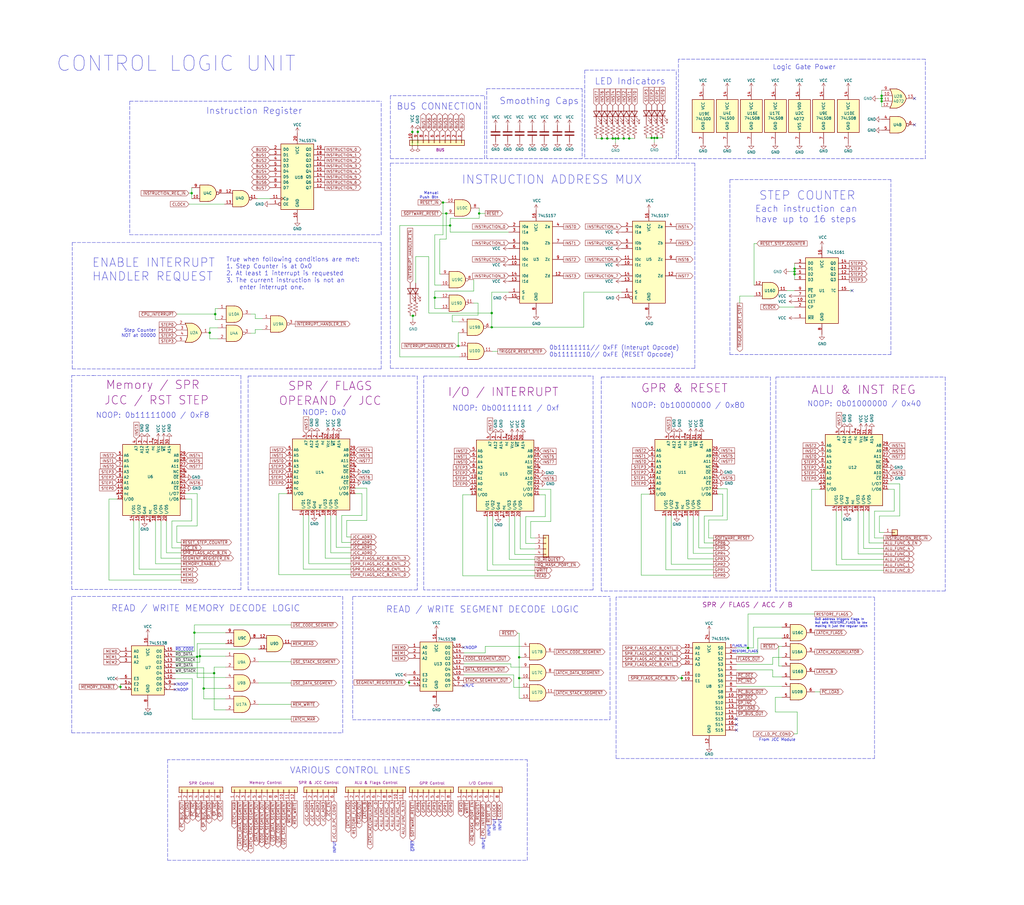
<source format=kicad_sch>
(kicad_sch (version 20211123) (generator eeschema)
  (paper "User" 475.005 419.989)
  (title_block (title "Control Logic Unit") (date "2022-02-10") (rev "v6") (company "theWickedWebDev/8-bit-computer") (comment 1 "EEPROM Microcode") (comment 2 "Instruction Register") (comment 3 "Operation Counter") (comment 4 "Interrupt Request Logic"))
  (junction (at 94.488 319.532))
  (junction (at 368.554 124.714))
  (junction (at 284.226 64.262))
  (junction (at 304.8 64.008))
  (junction (at 285.496 64.262))
  (junction (at 201.676 138.176))
  (junction (at 279.146 64.262))
  (junction (at 99.314 312.42))
  (junction (at 205.486 93.98))
  (junction (at 289.306 64.262))
  (junction (at 286.766 64.262))
  (junction (at 368.554 127.254))
  (junction (at 55.88 318.77))
  (junction (at 191.516 146.558))
  (junction (at 91.44 304.8))
  (junction (at 240.792 305.054))
  (junction (at 189.738 316.738))
  (junction (at 90.17 293.624))
  (junction (at 212.598 160.528))
  (junction (at 88.9 89.662))
  (junction (at 208.788 104.648))
  (junction (at 303.53 64.008))
  (junction (at 92.71 304.546))
  (junction (at 99.822 145.796))
  (junction (at 97.282 154.432))
  (junction (at 240.792 314.706))
  (junction (at 228.092 145.288))
  (junction (at 228.092 151.892))
  (junction (at 193.802 61.214))
  (junction (at 408.94 45.72))
  (junction (at 222.25 99.06))
  (junction (at 408.94 44.45))
  (junction (at 408.94 46.99))
  (junction (at 346.964 300.736))
  (junction (at 302.26 64.008))
  (junction (at 281.686 64.262))
  (junction (at 316.23 314.706))
  (junction (at 291.846 64.262))
  (junction (at 368.554 125.984))
  (junction (at 207.01 99.06))
  (junction (at 191.262 61.214))
  (no_connect (at 395.224 134.874))
  (no_connect (at 424.18 57.912))
  (no_connect (at 424.18 45.72))
  (no_connect (at 215.138 300.482))
  (no_connect (at 215.138 318.262))
  (no_connect (at 341.63 333.756))
  (no_connect (at 341.63 336.296))
  (no_connect (at 341.63 338.836))
  (no_connect (at 81.28 320.04))
  (no_connect (at 81.28 317.5))
  (wire (pts (xy 252.984 229.616) (xy 250.19 229.616)))
  (wire (pts (xy 97.282 152.146) (xy 97.282 154.432)))
  (polyline (pts (xy 159.004 340.106) (xy 159.004 276.86)))
  (wire (pts (xy 94.488 319.532) (xy 94.488 309.88)))
  (wire (pts (xy 408.94 44.45) (xy 408.94 45.72)))
  (wire (pts (xy 55.88 318.77) (xy 55.88 320.04)))
  (polyline (pts (xy 225.806 41.148) (xy 270.002 41.148)))
  (wire (pts (xy 343.154 137.414) (xy 349.758 137.414)))
  (wire (pts (xy 86.106 229.108) (xy 91.44 229.108)))
  (wire (pts (xy 189.738 316.738) (xy 189.738 318.262)))
  (wire (pts (xy 228.6 239.776) (xy 228.6 262.128)))
  (wire (pts (xy 341.63 318.516) (xy 362.712 318.516)))
  (wire (pts (xy 346.964 300.736) (xy 341.63 300.736)))
  (wire (pts (xy 250.19 227.076) (xy 255.524 227.076)))
  (wire (pts (xy 398.018 257.048) (xy 398.018 237.236)))
  (wire (pts (xy 408.94 46.99) (xy 408.94 49.53)))
  (wire (pts (xy 409.956 249.682) (xy 405.638 249.682)))
  (wire (pts (xy 97.282 157.226) (xy 101.092 157.226)))
  (wire (pts (xy 189.738 315.722) (xy 189.738 316.738)))
  (polyline (pts (xy 327.152 277.114) (xy 405.638 277.114)))
  (wire (pts (xy 321.564 239.522) (xy 321.564 256.794)))
  (polyline (pts (xy 60.198 108.966) (xy 176.784 108.966)))
  (wire (pts (xy 407.924 239.522) (xy 407.924 247.142)))
  (wire (pts (xy 407.924 247.142) (xy 409.956 247.142)))
  (polyline (pts (xy 176.784 108.966) (xy 176.784 46.99)))
  (wire (pts (xy 162.814 264.16) (xy 140.716 264.16)))
  (wire (pts (xy 97.282 154.432) (xy 97.282 157.226)))
  (wire (pts (xy 150.876 259.08) (xy 150.876 239.268)))
  (polyline (pts (xy 33.274 174.244) (xy 43.434 174.244)))
  (wire (pts (xy 284.226 64.262) (xy 285.496 64.262)))
  (wire (pts (xy 74.676 241.808) (xy 74.676 259.08)))
  (wire (pts (xy 225.044 299.974) (xy 241.808 299.974)))
  (wire (pts (xy 162.814 259.08) (xy 150.876 259.08)))
  (wire (pts (xy 193.802 61.214) (xy 193.802 60.706)))
  (wire (pts (xy 361.188 299.974) (xy 362.712 299.974)))
  (wire (pts (xy 302.26 64.008) (xy 303.53 64.008)))
  (wire (pts (xy 366.014 125.984) (xy 368.554 125.984)))
  (wire (pts (xy 104.648 309.626) (xy 99.314 309.626)))
  (wire (pts (xy 362.712 296.164) (xy 351.536 296.164)))
  (wire (pts (xy 387.858 262.128) (xy 387.858 237.236)))
  (wire (pts (xy 212.598 160.528) (xy 213.106 160.528)))
  (polyline (pts (xy 293.624 32.512) (xy 271.272 32.512)))
  (wire (pts (xy 358.394 314.198) (xy 362.712 314.198)))
  (wire (pts (xy 238.76 239.776) (xy 238.76 257.302)))
  (wire (pts (xy 64.516 264.16) (xy 84.074 264.16)))
  (polyline (pts (xy 60.198 46.99) (xy 60.198 108.966)))
  (wire (pts (xy 285.496 64.262) (xy 286.766 64.262)))
  (wire (pts (xy 121.666 152.908) (xy 118.364 152.908)))
  (wire (pts (xy 135.128 333.756) (xy 89.154 333.756)))
  (wire (pts (xy 99.314 309.626) (xy 99.314 312.42)))
  (polyline (pts (xy 357.378 274.32) (xy 278.892 274.32)))
  (wire (pts (xy 81.28 302.26) (xy 90.17 302.26)))
  (wire (pts (xy 208.788 101.346) (xy 208.788 104.648)))
  (wire (pts (xy 214.63 267.208) (xy 248.158 267.208)))
  (wire (pts (xy 208.788 107.696) (xy 235.966 107.696)))
  (wire (pts (xy 50.546 231.648) (xy 50.546 269.24)))
  (wire (pts (xy 88.9 231.648) (xy 86.106 231.648)))
  (wire (pts (xy 99.822 145.796) (xy 99.822 148.336)))
  (wire (pts (xy 281.686 64.262) (xy 284.226 64.262)))
  (wire (pts (xy 84.074 266.7) (xy 61.976 266.7)))
  (wire (pts (xy 222.25 96.52) (xy 222.25 99.06)))
  (wire (pts (xy 349.758 113.03) (xy 351.028 113.03)))
  (wire (pts (xy 285.496 64.262) (xy 285.496 66.294)))
  (wire (pts (xy 219.71 140.716) (xy 221.742 140.716)))
  (wire (pts (xy 225.044 303.022) (xy 225.044 299.974)))
  (wire (pts (xy 393.954 134.874) (xy 395.224 134.874)))
  (wire (pts (xy 192.786 119.126) (xy 192.786 131.318)))
  (wire (pts (xy 405.638 249.682) (xy 405.638 237.236)))
  (wire (pts (xy 204.47 127.254) (xy 203.962 127.254)))
  (wire (pts (xy 238.76 257.302) (xy 248.158 257.302)))
  (wire (pts (xy 91.44 298.704) (xy 91.44 304.8)))
  (wire (pts (xy 118.364 147.828) (xy 118.364 145.796)))
  (wire (pts (xy 359.664 330.454) (xy 359.664 323.596)))
  (polyline (pts (xy 99.314 276.86) (xy 33.274 276.86)))
  (wire (pts (xy 349.758 113.03) (xy 349.758 132.334)))
  (wire (pts (xy 91.44 304.8) (xy 81.28 304.8)))
  (wire (pts (xy 299.72 64.008) (xy 302.26 64.008)))
  (wire (pts (xy 88.9 89.662) (xy 88.9 92.202)))
  (wire (pts (xy 361.442 142.494) (xy 368.554 142.494)))
  (wire (pts (xy 205.486 108.966) (xy 201.676 108.966)))
  (wire (pts (xy 228.346 163.068) (xy 230.886 163.068)))
  (wire (pts (xy 82.042 145.796) (xy 99.822 145.796)))
  (wire (pts (xy 198.882 145.288) (xy 198.882 119.126)))
  (polyline (pts (xy 224.79 73.66) (xy 224.79 44.45)))
  (wire (pts (xy 191.262 61.214) (xy 191.262 67.818)))
  (wire (pts (xy 209.804 146.304) (xy 209.804 149.352)))
  (wire (pts (xy 276.606 64.262) (xy 279.146 64.262)))
  (wire (pts (xy 87.63 89.662) (xy 88.9 89.662)))
  (wire (pts (xy 390.398 237.236) (xy 390.398 259.588)))
  (wire (pts (xy 380.492 321.056) (xy 377.952 321.056)))
  (wire (pts (xy 153.416 239.268) (xy 153.416 256.54)))
  (wire (pts (xy 201.676 138.176) (xy 204.47 138.176)))
  (wire (pts (xy 303.53 64.008) (xy 304.8 64.008)))
  (wire (pts (xy 341.63 310.896) (xy 358.394 310.896)))
  (wire (pts (xy 201.676 108.966) (xy 201.676 132.334)))
  (wire (pts (xy 104.648 298.704) (xy 91.44 298.704)))
  (wire (pts (xy 214.63 229.616) (xy 214.63 267.208)))
  (wire (pts (xy 246.126 242.062) (xy 246.126 249.682)))
  (wire (pts (xy 228.092 145.288) (xy 228.092 151.892)))
  (wire (pts (xy 89.154 333.756) (xy 89.154 314.96)))
  (wire (pts (xy 326.644 251.968) (xy 326.644 239.522)))
  (wire (pts (xy 54.864 318.77) (xy 55.88 318.77)))
  (wire (pts (xy 409.956 257.048) (xy 398.018 257.048)))
  (wire (pts (xy 343.154 140.716) (xy 343.154 137.414)))
  (wire (pts (xy 162.814 254) (xy 155.956 254)))
  (polyline (pts (xy 99.314 276.86) (xy 159.004 276.86)))
  (wire (pts (xy 332.994 226.822) (xy 337.312 226.822)))
  (wire (pts (xy 222.25 99.06) (xy 225.044 99.06)))
  (wire (pts (xy 368.554 125.984) (xy 368.554 127.254)))
  (polyline (pts (xy 271.272 73.66) (xy 313.69 73.66)))
  (polyline (pts (xy 211.074 276.86) (xy 163.576 276.86)))
  (polyline (pts (xy 313.69 73.66) (xy 313.69 32.512)))
  (polyline (pts (xy 285.75 277.114) (xy 285.75 352.044)))
  (wire (pts (xy 185.42 165.608) (xy 213.106 165.608)))
  (wire (pts (xy 94.488 324.358) (xy 94.488 319.532)))
  (wire (pts (xy 408.94 41.91) (xy 408.94 44.45)))
  (wire (pts (xy 119.38 92.202) (xy 125.222 92.202)))
  (polyline (pts (xy 33.274 273.558) (xy 33.274 174.244)))
  (wire (pts (xy 270.764 135.636) (xy 270.764 151.892)))
  (wire (pts (xy 221.742 146.304) (xy 209.804 146.304)))
  (wire (pts (xy 314.706 314.706) (xy 316.23 314.706)))
  (polyline (pts (xy 204.47 44.45) (xy 224.79 44.45)))
  (wire (pts (xy 369.824 340.614) (xy 369.824 330.454)))
  (polyline (pts (xy 314.706 73.66) (xy 429.26 73.66)))
  (wire (pts (xy 203.962 110.998) (xy 207.01 110.998)))
  (polyline (pts (xy 176.784 112.522) (xy 176.784 171.196)))
  (wire (pts (xy 91.44 304.8) (xy 91.44 314.452)))
  (wire (pts (xy 248.158 264.668) (xy 226.06 264.668)))
  (polyline (pts (xy 196.596 174.498) (xy 206.248 174.498)))
  (wire (pts (xy 228.092 145.288) (xy 198.882 145.288)))
  (wire (pts (xy 390.398 259.588) (xy 409.956 259.588)))
  (wire (pts (xy 118.364 145.796) (xy 116.332 145.796)))
  (polyline (pts (xy 275.082 174.498) (xy 275.082 273.812)))
  (polyline (pts (xy 181.102 75.692) (xy 181.102 170.942)))
  (wire (pts (xy 408.94 45.72) (xy 408.94 46.99)))
  (wire (pts (xy 101.092 152.146) (xy 97.282 152.146)))
  (wire (pts (xy 376.428 227.076) (xy 380.238 227.076)))
  (wire (pts (xy 118.364 152.908) (xy 118.364 154.686)))
  (polyline (pts (xy 438.404 274.32) (xy 359.918 274.32)))
  (wire (pts (xy 84.074 254.254) (xy 79.756 254.254)))
  (polyline (pts (xy 338.582 83.312) (xy 413.258 83.312)))
  (wire (pts (xy 74.676 259.08) (xy 84.074 259.08)))
  (wire (pts (xy 316.23 314.706) (xy 316.23 315.976)))
  (wire (pts (xy 215.138 308.102) (xy 236.982 308.102)))
  (wire (pts (xy 228.092 135.636) (xy 228.092 145.288)))
  (wire (pts (xy 99.314 312.42) (xy 81.28 312.42)))
  (wire (pts (xy 289.306 64.262) (xy 291.846 64.262)))
  (wire (pts (xy 129.286 266.7) (xy 162.814 266.7)))
  (wire (pts (xy 361.188 299.974) (xy 361.188 309.118)))
  (polyline (pts (xy 163.576 334.01) (xy 282.956 334.01)))
  (wire (pts (xy 409.956 262.128) (xy 387.858 262.128)))
  (wire (pts (xy 243.84 252.222) (xy 243.84 239.776)))
  (wire (pts (xy 91.44 229.108) (xy 91.44 244.094)))
  (wire (pts (xy 361.188 309.118) (xy 362.712 309.118)))
  (wire (pts (xy 160.782 249.174) (xy 162.814 249.174)))
  (wire (pts (xy 311.404 239.522) (xy 311.404 261.874)))
  (polyline (pts (xy 225.806 73.66) (xy 225.806 41.148)))
  (wire (pts (xy 219.71 129.794) (xy 219.71 135.128)))
  (wire (pts (xy 330.962 249.682) (xy 328.676 249.682)))
  (wire (pts (xy 243.84 239.776) (xy 252.984 239.776)))
  (wire (pts (xy 84.074 256.54) (xy 77.216 256.54)))
  (wire (pts (xy 207.01 110.998) (xy 207.01 99.06)))
  (polyline (pts (xy 278.892 274.32) (xy 278.892 175.006)))
  (wire (pts (xy 201.676 132.334) (xy 204.47 132.334)))
  (wire (pts (xy 248.158 259.588) (xy 236.22 259.588)))
  (polyline (pts (xy 77.724 399.288) (xy 244.602 399.288)))
  (wire (pts (xy 335.28 239.522) (xy 326.644 239.522)))
  (polyline (pts (xy 338.582 164.592) (xy 413.258 164.592)))
  (wire (pts (xy 89.154 314.96) (xy 81.28 314.96)))
  (wire (pts (xy 204.978 93.98) (xy 205.486 93.98)))
  (polyline (pts (xy 33.274 276.86) (xy 33.274 340.106)))
  (polyline (pts (xy 124.714 174.498) (xy 193.548 174.498)))
  (wire (pts (xy 140.716 264.16) (xy 140.716 239.268)))
  (wire (pts (xy 215.138 313.182) (xy 238.252 313.182)))
  (polyline (pts (xy 282.956 334.01) (xy 282.956 276.86)))
  (wire (pts (xy 99.822 143.256) (xy 99.822 145.796)))
  (wire (pts (xy 414.782 237.236) (xy 414.782 227.076)))
  (wire (pts (xy 79.756 241.808) (xy 88.9 241.808)))
  (wire (pts (xy 328.676 241.3) (xy 337.312 241.3)))
  (wire (pts (xy 417.322 239.522) (xy 407.924 239.522)))
  (wire (pts (xy 50.546 269.24) (xy 84.074 269.24)))
  (wire (pts (xy 64.516 241.808) (xy 64.516 264.16)))
  (polyline (pts (xy 359.918 175.006) (xy 369.57 175.006)))
  (wire (pts (xy 55.88 317.5) (xy 55.88 318.77)))
  (polyline (pts (xy 163.576 276.86) (xy 163.576 334.01)))
  (wire (pts (xy 104.648 304.546) (xy 92.71 304.546)))
  (wire (pts (xy 330.962 251.968) (xy 326.644 251.968)))
  (wire (pts (xy 407.162 45.72) (xy 408.94 45.72)))
  (wire (pts (xy 297.434 266.954) (xy 330.962 266.954)))
  (wire (pts (xy 303.53 64.008) (xy 303.53 66.04)))
  (polyline (pts (xy 357.378 175.006) (xy 357.378 274.32)))
  (wire (pts (xy 211.836 160.528) (xy 212.598 160.528)))
  (wire (pts (xy 198.882 119.126) (xy 192.786 119.126)))
  (polyline (pts (xy 196.596 273.812) (xy 196.596 174.498)))
  (wire (pts (xy 240.792 314.706) (xy 241.808 314.706)))
  (wire (pts (xy 241.3 239.776) (xy 241.3 254.762)))
  (wire (pts (xy 330.962 254.254) (xy 324.104 254.254)))
  (polyline (pts (xy 429.26 73.66) (xy 429.26 27.432)))
  (wire (pts (xy 288.29 135.636) (xy 270.764 135.636)))
  (wire (pts (xy 238.252 319.024) (xy 241.808 319.024)))
  (wire (pts (xy 279.146 64.262) (xy 281.686 64.262)))
  (polyline (pts (xy 211.074 276.86) (xy 282.956 276.86)))
  (polyline (pts (xy 275.082 273.812) (xy 196.596 273.812)))
  (wire (pts (xy 212.598 154.432) (xy 212.598 160.528)))
  (wire (pts (xy 219.71 135.128) (xy 201.676 135.128)))
  (wire (pts (xy 185.42 104.648) (xy 208.788 104.648)))
  (polyline (pts (xy 193.548 273.812) (xy 115.062 273.812)))
  (polyline (pts (xy 293.116 32.512) (xy 313.69 32.512)))
  (wire (pts (xy 248.158 252.222) (xy 243.84 252.222)))
  (polyline (pts (xy 77.724 352.552) (xy 77.724 399.288)))
  (wire (pts (xy 91.44 244.094) (xy 82.042 244.094)))
  (wire (pts (xy 226.06 264.668) (xy 226.06 239.776)))
  (wire (pts (xy 377.952 284.988) (xy 346.964 284.988)))
  (wire (pts (xy 204.47 143.256) (xy 201.676 143.256)))
  (polyline (pts (xy 60.198 46.99) (xy 176.784 46.99)))
  (wire (pts (xy 255.524 227.076) (xy 255.524 242.062)))
  (wire (pts (xy 87.63 94.742) (xy 104.14 94.742)))
  (wire (pts (xy 82.042 244.094) (xy 82.042 251.714)))
  (polyline (pts (xy 400.05 27.432) (xy 429.26 27.432)))
  (wire (pts (xy 376.428 264.668) (xy 409.956 264.668)))
  (wire (pts (xy 246.126 249.682) (xy 248.158 249.682)))
  (polyline (pts (xy 181.102 73.66) (xy 224.79 73.66)))
  (wire (pts (xy 143.256 261.62) (xy 162.814 261.62)))
  (wire (pts (xy 304.8 64.008) (xy 307.34 64.008)))
  (wire (pts (xy 335.28 229.362) (xy 335.28 239.522)))
  (wire (pts (xy 92.71 307.34) (xy 81.28 307.34)))
  (wire (pts (xy 225.044 303.022) (xy 215.138 303.022)))
  (wire (pts (xy 240.03 293.878) (xy 240.792 293.878)))
  (wire (pts (xy 236.982 308.102) (xy 236.982 309.626)))
  (wire (pts (xy 238.252 313.182) (xy 238.252 319.024)))
  (wire (pts (xy 252.984 239.776) (xy 252.984 229.616)))
  (wire (pts (xy 185.42 104.648) (xy 185.42 165.608)))
  (polyline (pts (xy 206.248 174.498) (xy 275.082 174.498)))
  (polyline (pts (xy 115.062 174.498) (xy 124.714 174.498)))
  (wire (pts (xy 61.976 266.7) (xy 61.976 241.808)))
  (wire (pts (xy 204.978 99.06) (xy 207.01 99.06)))
  (wire (pts (xy 411.988 227.076) (xy 414.782 227.076)))
  (wire (pts (xy 188.468 316.738) (xy 189.738 316.738)))
  (wire (pts (xy 88.9 241.808) (xy 88.9 231.648)))
  (wire (pts (xy 240.792 314.706) (xy 240.792 324.104)))
  (wire (pts (xy 170.18 226.568) (xy 170.18 241.554)))
  (wire (pts (xy 286.766 64.262) (xy 289.306 64.262)))
  (wire (pts (xy 104.648 314.452) (xy 91.44 314.452)))
  (wire (pts (xy 201.676 135.128) (xy 201.676 138.176)))
  (wire (pts (xy 368.554 127.254) (xy 368.554 129.794)))
  (wire (pts (xy 358.394 308.356) (xy 341.63 308.356)))
  (wire (pts (xy 54.356 231.648) (xy 50.546 231.648)))
  (wire (pts (xy 240.792 305.054) (xy 241.808 305.054)))
  (polyline (pts (xy 438.404 175.006) (xy 438.404 274.32)))
  (wire (pts (xy 332.994 229.362) (xy 335.28 229.362)))
  (wire (pts (xy 190.246 146.558) (xy 191.516 146.558)))
  (wire (pts (xy 90.17 293.624) (xy 90.17 302.26)))
  (wire (pts (xy 167.894 239.268) (xy 158.496 239.268)))
  (wire (pts (xy 362.712 291.084) (xy 349.504 291.084)))
  (wire (pts (xy 222.25 101.346) (xy 208.788 101.346)))
  (wire (pts (xy 417.322 224.536) (xy 417.322 239.522)))
  (wire (pts (xy 94.488 309.88) (xy 81.28 309.88)))
  (polyline (pts (xy 111.76 174.244) (xy 111.76 273.558)))
  (wire (pts (xy 135.128 316.992) (xy 119.888 316.992)))
  (wire (pts (xy 221.742 140.716) (xy 221.742 146.304)))
  (wire (pts (xy 205.486 93.98) (xy 205.486 108.966)))
  (wire (pts (xy 368.554 124.714) (xy 368.554 122.174)))
  (wire (pts (xy 308.864 264.414) (xy 308.864 239.522)))
  (polyline (pts (xy 161.29 352.552) (xy 77.724 352.552)))
  (wire (pts (xy 316.23 313.436) (xy 316.23 314.706)))
  (wire (pts (xy 77.216 256.54) (xy 77.216 241.808)))
  (wire (pts (xy 255.524 242.062) (xy 246.126 242.062)))
  (wire (pts (xy 170.18 241.554) (xy 160.782 241.554)))
  (polyline (pts (xy 405.638 352.044) (xy 405.638 277.114)))
  (wire (pts (xy 191.262 60.706) (xy 191.262 61.214)))
  (wire (pts (xy 164.846 229.108) (xy 167.894 229.108)))
  (wire (pts (xy 405.638 237.236) (xy 414.782 237.236)))
  (wire (pts (xy 135.128 326.898) (xy 119.888 326.898)))
  (wire (pts (xy 362.712 305.054) (xy 358.394 305.054)))
  (wire (pts (xy 92.71 301.244) (xy 119.888 301.244)))
  (wire (pts (xy 104.648 324.358) (xy 94.488 324.358)))
  (polyline (pts (xy 161.036 352.552) (xy 244.602 352.552)))
  (wire (pts (xy 191.516 146.558) (xy 192.786 146.558)))
  (wire (pts (xy 205.486 93.98) (xy 207.01 93.98)))
  (polyline (pts (xy 270.002 41.148) (xy 270.002 73.66)))
  (wire (pts (xy 341.63 303.276) (xy 351.536 303.276)))
  (wire (pts (xy 104.648 329.438) (xy 99.314 329.438)))
  (wire (pts (xy 368.3 340.614) (xy 369.824 340.614)))
  (wire (pts (xy 104.648 319.532) (xy 94.488 319.532)))
  (wire (pts (xy 79.756 254.254) (xy 79.756 241.808)))
  (polyline (pts (xy 278.892 175.006) (xy 289.052 175.006)))
  (wire (pts (xy 153.416 256.54) (xy 162.814 256.54)))
  (wire (pts (xy 297.434 229.362) (xy 297.434 266.954)))
  (wire (pts (xy 135.128 290.068) (xy 90.17 290.068)))
  (wire (pts (xy 191.516 148.336) (xy 191.516 146.558)))
  (wire (pts (xy 346.964 284.988) (xy 346.964 300.736)))
  (wire (pts (xy 90.17 290.068) (xy 90.17 293.624)))
  (polyline (pts (xy 285.75 352.044) (xy 405.638 352.044)))
  (wire (pts (xy 400.558 254.508) (xy 409.956 254.508)))
  (wire (pts (xy 349.504 300.736) (xy 346.964 300.736)))
  (wire (pts (xy 82.042 251.714) (xy 84.074 251.714)))
  (wire (pts (xy 158.496 251.714) (xy 158.496 239.268)))
  (wire (pts (xy 297.434 229.362) (xy 301.244 229.362)))
  (polyline (pts (xy 181.102 170.942) (xy 322.326 170.942)))
  (wire (pts (xy 248.158 254.762) (xy 241.3 254.762)))
  (wire (pts (xy 337.312 241.3) (xy 337.312 226.822)))
  (wire (pts (xy 400.558 237.236) (xy 400.558 254.508)))
  (polyline (pts (xy 244.602 399.288) (xy 244.602 352.552)))
  (wire (pts (xy 209.804 149.352) (xy 212.852 149.352)))
  (wire (pts (xy 330.962 264.414) (xy 308.864 264.414)))
  (polyline (pts (xy 369.57 175.006) (xy 438.404 175.006)))
  (wire (pts (xy 99.822 148.336) (xy 101.092 148.336)))
  (wire (pts (xy 162.814 251.714) (xy 158.496 251.714)))
  (polyline (pts (xy 359.918 274.32) (xy 359.918 175.006)))
  (polyline (pts (xy 288.544 175.006) (xy 357.378 175.006)))
  (wire (pts (xy 88.9 87.122) (xy 88.9 89.662)))
  (wire (pts (xy 84.074 261.62) (xy 72.136 261.62)))
  (wire (pts (xy 411.988 224.536) (xy 417.322 224.536)))
  (wire (pts (xy 368.554 125.984) (xy 368.554 124.714)))
  (wire (pts (xy 240.792 324.104) (xy 241.808 324.104)))
  (wire (pts (xy 330.962 259.334) (xy 319.024 259.334)))
  (wire (pts (xy 240.792 305.054) (xy 240.792 314.706)))
  (wire (pts (xy 270.764 151.892) (xy 228.092 151.892)))
  (wire (pts (xy 135.128 307.086) (xy 119.888 307.086)))
  (polyline (pts (xy 33.528 112.522) (xy 176.784 112.522)))
  (wire (pts (xy 240.792 293.878) (xy 240.792 305.054)))
  (polyline (pts (xy 33.274 340.106) (xy 159.004 340.106)))
  (polyline (pts (xy 42.926 174.244) (xy 111.76 174.244)))
  (wire (pts (xy 118.364 154.686) (xy 116.332 154.686)))
  (wire (pts (xy 321.564 256.794) (xy 330.962 256.794)))
  (wire (pts (xy 72.136 261.62) (xy 72.136 241.808)))
  (wire (pts (xy 222.25 99.06) (xy 222.25 101.346)))
  (wire (pts (xy 403.098 251.968) (xy 403.098 237.236)))
  (wire (pts (xy 328.676 249.682) (xy 328.676 241.3)))
  (polyline (pts (xy 270.002 73.66) (xy 225.806 73.66)))
  (polyline (pts (xy 327.406 277.114) (xy 285.75 277.114)))
  (wire (pts (xy 208.788 104.648) (xy 208.788 107.696)))
  (wire (pts (xy 164.846 226.568) (xy 170.18 226.568)))
  (wire (pts (xy 212.598 154.432) (xy 212.852 154.432)))
  (wire (pts (xy 319.024 259.334) (xy 319.024 239.522)))
  (polyline (pts (xy 111.76 273.558) (xy 33.274 273.558)))
  (wire (pts (xy 324.104 254.254) (xy 324.104 239.522)))
  (wire (pts (xy 129.286 229.108) (xy 129.286 266.7)))
  (wire (pts (xy 236.982 309.626) (xy 241.808 309.626)))
  (wire (pts (xy 364.998 134.874) (xy 368.554 134.874)))
  (wire (pts (xy 92.71 301.244) (xy 92.71 304.546)))
  (polyline (pts (xy 322.326 170.942) (xy 322.326 75.692)))
  (wire (pts (xy 359.664 323.596) (xy 362.712 323.596)))
  (polyline (pts (xy 314.706 27.432) (xy 314.706 73.66)))
  (wire (pts (xy 92.71 304.546) (xy 92.71 307.34)))
  (wire (pts (xy 291.846 64.262) (xy 294.386 64.262)))
  (polyline (pts (xy 204.47 44.45) (xy 181.102 44.45)))
  (wire (pts (xy 129.286 229.108) (xy 133.096 229.108)))
  (wire (pts (xy 236.22 259.588) (xy 236.22 239.776)))
  (wire (pts (xy 99.822 143.256) (xy 101.092 143.256)))
  (wire (pts (xy 409.956 251.968) (xy 403.098 251.968)))
  (wire (pts (xy 167.894 229.108) (xy 167.894 239.268)))
  (wire (pts (xy 143.256 239.268) (xy 143.256 261.62)))
  (wire (pts (xy 349.504 291.084) (xy 349.504 300.736)))
  (wire (pts (xy 203.962 127.254) (xy 203.962 110.998)))
  (polyline (pts (xy 271.272 32.512) (xy 271.272 73.66)))
  (polyline (pts (xy 193.548 174.498) (xy 193.548 273.812)))
  (wire (pts (xy 358.394 305.054) (xy 358.394 308.356)))
  (wire (pts (xy 214.63 229.616) (xy 218.44 229.616)))
  (wire (pts (xy 358.394 310.896) (xy 358.394 314.198)))
  (polyline (pts (xy 181.102 44.45) (xy 181.102 73.66)))
  (wire (pts (xy 369.824 330.454) (xy 359.664 330.454)))
  (polyline (pts (xy 338.582 83.312) (xy 338.582 164.592)))
  (wire (pts (xy 104.648 293.624) (xy 90.17 293.624)))
  (wire (pts (xy 121.666 147.828) (xy 118.364 147.828)))
  (wire (pts (xy 155.956 254) (xy 155.956 239.268)))
  (wire (pts (xy 376.428 227.076) (xy 376.428 264.668)))
  (polyline (pts (xy 413.258 164.592) (xy 413.258 83.312)))
  (wire (pts (xy 160.782 241.554) (xy 160.782 249.174)))
  (wire (pts (xy 228.092 135.636) (xy 235.966 135.636)))
  (wire (pts (xy 351.536 296.164) (xy 351.536 303.276)))
  (polyline (pts (xy 33.528 171.196) (xy 33.528 112.522)))
  (polyline (pts (xy 33.528 171.196) (xy 176.784 171.196)))
  (wire (pts (xy 201.676 143.256) (xy 201.676 138.176)))
  (wire (pts (xy 193.802 67.818) (xy 193.802 61.214)))
  (wire (pts (xy 99.314 329.438) (xy 99.314 312.42)))
  (polyline (pts (xy 400.05 27.432) (xy 314.706 27.432)))
  (wire (pts (xy 311.404 261.874) (xy 330.962 261.874)))
  (polyline (pts (xy 115.062 273.812) (xy 115.062 174.498)))
  (wire (pts (xy 228.6 262.128) (xy 248.158 262.128)))
  (polyline (pts (xy 181.102 75.692) (xy 322.326 75.692)))
  (text "INPUT" (at 232.664 385.826 90) (effects (font (size 1.27 1.27)) (justify left bottom)))
  (text "READ / WRITE MEMORY DECODE LOGIC" (at 51.562 284.226 0) (effects (font (size 3 3)) (justify left bottom)))
  (text "NOOP: 0b01000000 / 0x40" (at 374.396 188.976 0) (effects (font (size 2.5 2.5)) (justify left bottom)))
  (text "From JCC Module" (at 352.044 344.17 0) (effects (font (size 1.27 1.27)) (justify left bottom)))
  (text "Step Counter\nNOT at 00000" (at 72.39 156.718 180) (effects (font (size 1.4986 1.4986)) (justify right bottom)))
  (text "NOOP" (at 82.042 318.516 0) (effects (font (size 1.27 1.27)) (justify left bottom)))
  (text "STEP COUNTER" (at 352.044 93.218 0) (effects (font (size 3.9878 3.9878)) (justify left bottom)))
  (text "CONTROL LOGIC UNIT" (at 25.908 33.782 0) (effects (font (size 7 7)) (justify left bottom)))
  (text "NOOP: 0b11111000 / 0xF8\n" (at 44.45 194.31 0) (effects (font (size 2.5 2.5)) (justify left bottom)))
  (text "NOOP: 0x0\n" (at 140.208 193.04 0) (effects (font (size 2.5 2.5)) (justify left bottom)))
  (text "LED Indicators" (at 275.844 39.624 0) (effects (font (size 3 3)) (justify left bottom)))
  (text "INPUT" (at 155.956 396.24 90) (effects (font (size 1.27 1.27)) (justify left bottom)))
  (text "NOOP" (at 215.9 301.498 0) (effects (font (size 1.27 1.27)) (justify left bottom)))
  (text "~{RD_CODE}" (at 81.28 302.26 0) (effects (font (size 1.27 1.27)) (justify left bottom)))
  (text "NOOP" (at 82.042 321.056 0) (effects (font (size 1.27 1.27)) (justify left bottom)))
  (text "READ / WRITE SEGMENT DECODE LOGIC" (at 179.07 284.734 0) (effects (font (size 3 3)) (justify left bottom)))
  (text "BUS CONNECTION" (at 183.896 51.308 0) (effects (font (size 3 3)) (justify left bottom)))
  (text "~{GPR7}" (at 192.278 395.478 90) (effects (font (size 1.27 1.27)) (justify left bottom)))
  (text "N/C" (at 215.9 319.024 0) (effects (font (size 1.27 1.27)) (justify left bottom)))
  (text "VARIOUS CONTROL LINES" (at 134.366 359.41 0) (effects (font (size 3 3)) (justify left bottom)))
  (text "NOOP: 0b10000000 / 0x80" (at 292.608 189.738 0) (effects (font (size 2.5 2.5)) (justify left bottom)))
  (text "NOOP: 0b00111111 / 0xf" (at 209.804 191.008 0) (effects (font (size 2.5 2.5)) (justify left bottom)))
  (text "RESTORE_FLAGS" (at 339.598 303.022 0) (effects (font (size 1 1)) (justify left bottom)))
  (text "INPUT" (at 225.044 394.462 90) (effects (font (size 1.27 1.27)) (justify left bottom)))
  (text "Each instruction can \nhave up to 16 steps" (at 350.266 103.632 0) (effects (font (size 2.9972 2.9972)) (justify left bottom)))
  (text "INSTRUCTION ADDRESS MUX" (at 214.122 85.852 0) (effects (font (size 3.9878 3.9878)) (justify left bottom)))
  (text "True when following conditions are met:\n1. Step Counter is at 0x0\n2. At least 1 interrupt is requested\n3. The current instruction is not an\n    enter interrupt one." (at 104.902 134.62 0) (effects (font (size 2.0066 2.0066)) (justify left bottom)))
  (text "Manual\nPush Btn" (at 203.454 92.456 180) (effects (font (size 1.27 1.27)) (justify right bottom)))
  (text "Smoothing Caps" (at 231.648 48.768 0) (effects (font (size 3 3)) (justify left bottom)))
  (text "ENABLE INTERRUPT\nHANDLER REQUEST" (at 42.672 130.81 0) (effects (font (size 3.9878 3.9878)) (justify left bottom)))
  (text "Logic Gate Power" (at 358.394 32.512 0) (effects (font (size 2.2 2.2)) (justify left bottom)))
  (text "INPUT" (at 230.124 385.826 90) (effects (font (size 1.27 1.27)) (justify left bottom)))
  (text "FLAGS_IN" (at 339.598 300.482 0) (effects (font (size 1 1)) (justify left bottom)))
  (text "Instruction Register" (at 95.504 53.34 0) (effects (font (size 3 3)) (justify left bottom)))
  (text "0b11111111// 0xFF (Interupt Opcode)\n0b11111110// 0xFE (RESET Opcode)" (at 254.762 165.862 0) (effects (font (size 2.0066 2.0066)) (justify left bottom)))
  (text "INPUT" (at 227.584 388.366 90) (effects (font (size 1.27 1.27)) (justify left bottom)))
  (text "0x0 address triggers Flags In\nbut sets RESTORE_FLAGS to low\nmaking it just the regular latch" (at 377.952 291.338 0) (effects (font (size 1 1)) (justify left bottom)))
  (label "~{WR_STACK}" (at 81.28 312.42 0))
  (label "~{RD_STACK}" (at 81.28 307.34 0))
  (label "~{WR_DATA}" (at 81.28 309.88 0))
  (label "~{RD_DATA}" (at 81.28 304.8 0))
  (global_label "~{LATCH_FLAGS}" (shape output) (at 161.544 371.602 270) (property "Intersheet References" "${INTERSHEET_REFS}" (effects hide)))
  (global_label "~{WRITE}" (shape output) (at 248.158 264.668 0) (property "Intersheet References" "${INTERSHEET_REFS}" (effects hide)))
  (global_label "JCC_ADR3" (shape output) (at 162.814 249.174 0) (property "Intersheet References" "${INTERSHEET_REFS}" (effects hide)))
  (global_label "INST1" (shape input) (at 380.238 209.296 180) (property "Intersheet References" "${INTERSHEET_REFS}" (effects hide)))
  (global_label "INST2" (shape input) (at 218.44 209.296 180) (property "Intersheet References" "${INTERSHEET_REFS}" (effects hide)))
  (global_label "INST0" (shape input) (at 301.244 214.122 180) (property "Intersheet References" "${INTERSHEET_REFS}" (effects hide)))
  (global_label "BUS7" (shape tri_state) (at 196.342 61.214 90) (property "Intersheet References" "${INTERSHEET_REFS}" (effects hide)))
  (global_label "JCC_ADR1" (shape output) (at 162.814 254 0) (property "Intersheet References" "${INTERSHEET_REFS}" (effects hide)))
  (global_label "STEP2" (shape input) (at 133.096 218.948 180) (property "Intersheet References" "${INTERSHEET_REFS}" (effects hide)))
  (global_label "STEP2" (shape input) (at 380.238 216.916 180) (property "Intersheet References" "${INTERSHEET_REFS}" (effects hide)))
  (global_label "INST2" (shape input) (at 133.096 208.788 180) (property "Intersheet References" "${INTERSHEET_REFS}" (effects hide)))
  (global_label "INST2" (shape input) (at 301.244 209.042 180) (property "Intersheet References" "${INTERSHEET_REFS}" (effects hide)))
  (global_label "GPR6" (shape output) (at 330.962 251.968 0) (property "Intersheet References" "${INTERSHEET_REFS}" (effects hide)))
  (global_label "INST6" (shape output) (at 313.69 120.396 0) (property "Intersheet References" "${INTERSHEET_REFS}" (effects hide)))
  (global_label "~{SP_DEC}" (shape output) (at 341.63 323.596 0) (property "Intersheet References" "${INTERSHEET_REFS}" (effects hide)))
  (global_label "~{SP_BUS_OUT}" (shape output) (at 94.488 371.602 270) (property "Intersheet References" "${INTERSHEET_REFS}" (effects hide)))
  (global_label "STEP2" (shape input) (at 54.356 221.488 180) (property "Intersheet References" "${INTERSHEET_REFS}" (effects hide)))
  (global_label "ALU_FUNC_2" (shape output) (at 179.324 371.602 270) (property "Intersheet References" "${INTERSHEET_REFS}" (effects hide)))
  (global_label "~{RESET_IN}" (shape input) (at 226.568 371.602 270) (property "Intersheet References" "${INTERSHEET_REFS}" (effects hide)))
  (global_label "~{IO_REQUEST}" (shape output) (at 221.488 371.602 270) (property "Intersheet References" "${INTERSHEET_REFS}" (effects hide)))
  (global_label "STEP3" (shape input) (at 299.72 48.768 90) (property "Intersheet References" "${INTERSHEET_REFS}" (effects hide)))
  (global_label "~{READ}" (shape output) (at 213.868 371.602 270) (property "Intersheet References" "${INTERSHEET_REFS}" (effects hide)))
  (global_label "~{INTERRUPT_HANDLER_EN}" (shape output) (at 136.906 150.368 0) (property "Intersheet References" "${INTERSHEET_REFS}" (effects hide)))
  (global_label "JCC_LD_PC_COND" (shape input) (at 154.94 371.602 270) (property "Intersheet References" "${INTERSHEET_REFS}" (effects hide)))
  (global_label "ALU_FUNC_3" (shape output) (at 181.864 371.602 270) (property "Intersheet References" "${INTERSHEET_REFS}" (effects hide)))
  (global_label "INST0" (shape input) (at 54.356 216.408 180) (property "Intersheet References" "${INTERSHEET_REFS}" (effects hide)))
  (global_label "INST4" (shape input) (at 164.846 208.788 0) (property "Intersheet References" "${INTERSHEET_REFS}" (effects hide)))
  (global_label "~{IRQ_MASK_PORT_EN}" (shape output) (at 218.948 371.602 270) (property "Intersheet References" "${INTERSHEET_REFS}" (effects hide)))
  (global_label "~{USE_STACK_SEGMENT}" (shape output) (at 131.572 371.602 270) (property "Intersheet References" "${INTERSHEET_REFS}" (effects hide)))
  (global_label "INST4" (shape input) (at 284.226 49.022 90) (property "Intersheet References" "${INTERSHEET_REFS}" (effects hide)))
  (global_label "GPR4" (shape output) (at 198.882 371.602 270) (property "Intersheet References" "${INTERSHEET_REFS}" (effects hide)))
  (global_label "~{MEM_WRITE}" (shape output) (at 136.652 371.602 270) (property "Intersheet References" "${INTERSHEET_REFS}" (effects hide)))
  (global_label "ALU_FUNC_0" (shape output) (at 174.244 371.602 270) (property "Intersheet References" "${INTERSHEET_REFS}" (effects hide)))
  (global_label "STEP1" (shape input) (at 218.44 221.996 180) (property "Intersheet References" "${INTERSHEET_REFS}" (effects hide)))
  (global_label "~{USE_STACK_SEGMENT}" (shape output) (at 135.128 307.086 0) (property "Intersheet References" "${INTERSHEET_REFS}" (effects hide)))
  (global_label "GPR3" (shape output) (at 201.422 371.602 270) (property "Intersheet References" "${INTERSHEET_REFS}" (effects hide)))
  (global_label "ALU_FUNC_3" (shape output) (at 409.956 257.048 0) (property "Intersheet References" "${INTERSHEET_REFS}" (effects hide)))
  (global_label "INSTRUCTION_0" (shape input) (at 235.966 105.156 180) (property "Intersheet References" "${INTERSHEET_REFS}" (effects hide)))
  (global_label "JCC_ADR0" (shape output) (at 142.24 371.602 270) (property "Intersheet References" "${INTERSHEET_REFS}" (effects hide)))
  (global_label "INST5" (shape input) (at 250.19 211.836 0) (property "Intersheet References" "${INTERSHEET_REFS}" (effects hide)))
  (global_label "~{SOFTWARE_RESET}" (shape input) (at 204.978 99.06 180) (property "Intersheet References" "${INTERSHEET_REFS}" (effects hide)))
  (global_label "INST5" (shape output) (at 313.69 112.776 0) (property "Intersheet References" "${INTERSHEET_REFS}" (effects hide)))
  (global_label "STEP1" (shape input) (at 301.244 221.742 180) (property "Intersheet References" "${INTERSHEET_REFS}" (effects hide)))
  (global_label "STEP0" (shape input) (at 82.042 150.622 180) (property "Intersheet References" "${INTERSHEET_REFS}" (effects hide)))
  (global_label "~{LATCH_DATA_SEGMENT}" (shape output) (at 111.252 371.602 270) (property "Intersheet References" "${INTERSHEET_REFS}" (effects hide)))
  (global_label "STEP3" (shape output) (at 393.954 129.794 0) (property "Intersheet References" "${INTERSHEET_REFS}" (effects hide)))
  (global_label "BUS2" (shape tri_state) (at 125.222 74.422 180) (property "Intersheet References" "${INTERSHEET_REFS}" (effects hide)))
  (global_label "INST4" (shape output) (at 313.69 105.156 0) (property "Intersheet References" "${INTERSHEET_REFS}" (effects hide)))
  (global_label "BUS0" (shape tri_state) (at 125.222 69.342 180) (property "Intersheet References" "${INTERSHEET_REFS}" (effects hide)))
  (global_label "INST5" (shape input) (at 281.686 49.022 90) (property "Intersheet References" "${INTERSHEET_REFS}" (effects hide)))
  (global_label "~{WRITE}" (shape output) (at 216.408 371.602 270) (property "Intersheet References" "${INTERSHEET_REFS}" (effects hide)))
  (global_label "JCC_LD_PC_COND" (shape input) (at 368.3 340.614 180) (property "Intersheet References" "${INTERSHEET_REFS}" (effects hide)))
  (global_label "GPR1" (shape output) (at 330.962 264.414 0) (property "Intersheet References" "${INTERSHEET_REFS}" (effects hide)))
  (global_label "INSTRUCTION_7" (shape output) (at 150.622 87.122 0) (property "Intersheet References" "${INTERSHEET_REFS}" (effects hide)))
  (global_label "~{JCC_EN}" (shape output) (at 84.074 254.254 0) (property "Intersheet References" "${INTERSHEET_REFS}" (effects hide)))
  (global_label "INST6" (shape input) (at 279.146 49.022 90) (property "Intersheet References" "${INTERSHEET_REFS}" (effects hide)))
  (global_label "~{INTERRUPT_HANDLER_EN}" (shape input) (at 190.246 131.318 90) (property "Intersheet References" "${INTERSHEET_REFS}" (effects hide)))
  (global_label "INST6" (shape input) (at 332.994 221.742 0) (property "Intersheet References" "${INTERSHEET_REFS}" (effects hide)))
  (global_label "ALU_FUNC_5_EN" (shape output) (at 409.956 251.968 0) (property "Intersheet References" "${INTERSHEET_REFS}" (effects hide)))
  (global_label "INSTRUCTION_6" (shape output) (at 150.622 84.582 0) (property "Intersheet References" "${INTERSHEET_REFS}" (effects hide)))
  (global_label "INST4" (shape input) (at 86.106 211.328 0) (property "Intersheet References" "${INTERSHEET_REFS}" (effects hide)))
  (global_label "JCC_ADR0" (shape output) (at 162.814 256.54 0) (property "Intersheet References" "${INTERSHEET_REFS}" (effects hide)))
  (global_label "INST2" (shape input) (at 54.356 211.328 180) (property "Intersheet References" "${INTERSHEET_REFS}" (effects hide)))
  (global_label "SPR_FLAGS_ACC_B_CNTL_1" (shape output) (at 162.814 264.16 0) (property "Intersheet References" "${INTERSHEET_REFS}" (effects hide)))
  (global_label "~{LATCH_MAR}" (shape output) (at 108.712 371.602 270) (property "Intersheet References" "${INTERSHEET_REFS}" (effects hide)))
  (global_label "GPR0" (shape output) (at 209.042 371.602 270) (property "Intersheet References" "${INTERSHEET_REFS}" (effects hide)))
  (global_label "STEP1" (shape input) (at 304.8 48.768 90) (property "Intersheet References" "${INTERSHEET_REFS}" (effects hide)))
  (global_label "~{STACK_SEGMENT_OUT}" (shape output) (at 215.138 315.722 0) (property "Intersheet References" "${INTERSHEET_REFS}" (effects hide)))
  (global_label "~{CODE_SEGMENT_OUT}" (shape output) (at 215.138 305.562 0) (property "Intersheet References" "${INTERSHEET_REFS}" (effects hide)))
  (global_label "ALU_FUNC_4" (shape output) (at 184.404 371.602 270) (property "Intersheet References" "${INTERSHEET_REFS}" (effects hide)))
  (global_label "JCC_ADR1" (shape output) (at 144.78 371.602 270) (property "Intersheet References" "${INTERSHEET_REFS}" (effects hide)))
  (global_label "GPR3" (shape output) (at 330.962 259.334 0) (property "Intersheet References" "${INTERSHEET_REFS}" (effects hide)))
  (global_label "STEP2" (shape input) (at 82.042 155.702 180) (property "Intersheet References" "${INTERSHEET_REFS}" (effects hide)))
  (global_label "INST4" (shape input) (at 332.994 209.042 0) (property "Intersheet References" "${INTERSHEET_REFS}" (effects hide)))
  (global_label "~{SPR_FLAGS_ACC_B_EN}" (shape input) (at 314.706 314.706 180) (property "Intersheet References" "${INTERSHEET_REFS}" (effects hide)))
  (global_label "STEP0" (shape input) (at 133.096 224.028 180) (property "Intersheet References" "${INTERSHEET_REFS}" (effects hide)))
  (global_label "~{LATCH_ACCUMULATOR}" (shape output) (at 377.952 302.514 0) (property "Intersheet References" "${INTERSHEET_REFS}" (effects hide)))
  (global_label "GPR5" (shape output) (at 196.342 371.602 270) (property "Intersheet References" "${INTERSHEET_REFS}" (effects hide)))
  (global_label "MEM2" (shape input) (at 55.88 307.34 180) (property "Intersheet References" "${INTERSHEET_REFS}" (effects hide)))
  (global_label "~{PC_BUS_OUT}" (shape output) (at 341.63 321.056 0) (property "Intersheet References" "${INTERSHEET_REFS}" (effects hide)))
  (global_label "~{MEM_READ}" (shape output) (at 134.112 371.602 270) (property "Intersheet References" "${INTERSHEET_REFS}" (effects hide)))
  (global_label "SPR_FLAGS_ACC_B_CNTL_0" (shape input) (at 316.23 300.736 180) (property "Intersheet References" "${INTERSHEET_REFS}" (effects hide)))
  (global_label "~{LATCH_B}" (shape output) (at 377.952 311.658 0) (property "Intersheet References" "${INTERSHEET_REFS}" (effects hide)))
  (global_label "~{INSTRUCTION_REG_IN}" (shape input) (at 87.63 89.662 180) (property "Intersheet References" "${INTERSHEET_REFS}" (effects hide)))
  (global_label "~{RESET}" (shape output) (at 225.044 99.06 0) (property "Intersheet References" "${INTERSHEET_REFS}" (effects hide)))
  (global_label "~{PC_BUS_OUT}" (shape output) (at 84.328 371.602 270) (property "Intersheet References" "${INTERSHEET_REFS}" (effects hide)))
  (global_label "GPR4" (shape output) (at 330.962 256.794 0) (property "Intersheet References" "${INTERSHEET_REFS}" (effects hide)))
  (global_label "BUS0" (shape tri_state) (at 214.122 61.214 90) (property "Intersheet References" "${INTERSHEET_REFS}" (effects hide)))
  (global_label "~{STACK_SEGMENT_OUT}" (shape output) (at 123.952 371.602 270) (property "Intersheet References" "${INTERSHEET_REFS}" (effects hide)))
  (global_label "RESTORE_FLAGS" (shape output) (at 164.084 371.602 270) (property "Intersheet References" "${INTERSHEET_REFS}" (effects hide)))
  (global_label "INST0" (shape input) (at 294.386 49.022 90) (property "Intersheet References" "${INTERSHEET_REFS}" (effects hide)))
  (global_label "SPR_FLAGS_ACC_B_CNTL_2" (shape output) (at 162.814 261.62 0) (property "Intersheet References" "${INTERSHEET_REFS}" (effects hide)))
  (global_label "INSTRUCTION_2" (shape input) (at 235.966 120.396 180) (property "Intersheet References" "${INTERSHEET_REFS}" (effects hide)))
  (global_label "INSTRUCTION_1" (shape output) (at 150.622 71.882 0) (property "Intersheet References" "${INTERSHEET_REFS}" (effects hide)))
  (global_label "STEP3" (shape input) (at 380.238 214.376 180) (property "Intersheet References" "${INTERSHEET_REFS}" (effects hide)))
  (global_label "INST6" (shape input) (at 250.19 221.996 0) (property "Intersheet References" "${INTERSHEET_REFS}" (effects hide)))
  (global_label "~{DATA_SEGMENT_OUT}" (shape output) (at 118.872 371.602 270) (property "Intersheet References" "${INTERSHEET_REFS}" (effects hide)))
  (global_label "INST0" (shape output) (at 261.366 105.156 0) (property "Intersheet References" "${INTERSHEET_REFS}" (effects hide)))
  (global_label "MEM0" (shape input) (at 55.88 302.26 180) (property "Intersheet References" "${INTERSHEET_REFS}" (effects hide)))
  (global_label "INSTRUCTION_4" (shape input) (at 288.29 105.156 180) (property "Intersheet References" "${INTERSHEET_REFS}" (effects hide)))
  (global_label "~{PC_DEC}" (shape output) (at 341.63 313.436 0) (property "Intersheet References" "${INTERSHEET_REFS}" (effects hide)))
  (global_label "~{MEM_READ}" (shape output) (at 135.128 298.704 0) (property "Intersheet References" "${INTERSHEET_REFS}" (effects hide)))
  (global_label "ALU_FUNC_1" (shape output) (at 176.784 371.602 270) (property "Intersheet References" "${INTERSHEET_REFS}" (effects hide)))
  (global_label "INST1" (shape input) (at 54.356 213.868 180) (property "Intersheet References" "${INTERSHEET_REFS}" (effects hide)))
  (global_label "~{MEMORY_ENABLE}" (shape input) (at 54.864 318.77 180) (property "Intersheet References" "${INTERSHEET_REFS}" (effects hide)))
  (global_label "~{PC_LOAD}" (shape output) (at 380.492 321.056 0) (property "Intersheet References" "${INTERSHEET_REFS}" (effects hide)))
  (global_label "INSTRUCTION_5" (shape input) (at 288.29 112.776 180) (property "Intersheet References" "${INTERSHEET_REFS}" (effects hide)))
  (global_label "GPR2" (shape output) (at 203.962 371.602 270) (property "Intersheet References" "${INTERSHEET_REFS}" (effects hide)))
  (global_label "~{USE_DATA_SEGMENT}" (shape output) (at 135.128 316.992 0) (property "Intersheet References" "${INTERSHEET_REFS}" (effects hide)))
  (global_label "INST7" (shape input) (at 332.994 214.122 0) (property "Intersheet References" "${INTERSHEET_REFS}" (effects hide)))
  (global_label "STEP2" (shape input) (at 302.26 48.768 90) (property "Intersheet References" "${INTERSHEET_REFS}" (effects hide)))
  (global_label "BUS6" (shape tri_state) (at 125.222 84.582 180) (property "Intersheet References" "${INTERSHEET_REFS}" (effects hide)))
  (global_label "INST0" (shape input) (at 380.238 211.836 180) (property "Intersheet References" "${INTERSHEET_REFS}" (effects hide)))
  (global_label "~{SEGMENT_REGISTER_EN}" (shape input) (at 188.468 316.738 180) (property "Intersheet References" "${INTERSHEET_REFS}" (effects hide)))
  (global_label "STEP1" (shape input) (at 54.356 224.028 180) (property "Intersheet References" "${INTERSHEET_REFS}" (effects hide)))
  (global_label "~{MEMORY_ENABLE}" (shape output) (at 84.074 261.62 0) (property "Intersheet References" "${INTERSHEET_REFS}" (effects hide)))
  (global_label "BUS3" (shape tri_state) (at 206.502 61.214 90) (property "Intersheet References" "${INTERSHEET_REFS}" (effects hide)))
  (global_label "INSTRUCTION_3" (shape output) (at 150.622 76.962 0) (property "Intersheet References" "${INTERSHEET_REFS}" (effects hide)))
  (global_label "CLOCK" (shape input) (at 229.108 371.602 270) (property "Intersheet References" "${INTERSHEET_REFS}" (effects hide)))
  (global_label "INST4" (shape input) (at 250.19 209.296 0) (property "Intersheet References" "${INTERSHEET_REFS}" (effects hide)))
  (global_label "~{RESET}" (shape input) (at 240.03 293.878 180) (property "Intersheet References" "${INTERSHEET_REFS}" (effects hide)))
  (global_label "INST3" (shape input) (at 286.766 49.022 90) (property "Intersheet References" "${INTERSHEET_REFS}" (effects hide)))
  (global_label "INSTRUCTION_0" (shape output) (at 150.622 69.342 0) (property "Intersheet References" "${INTERSHEET_REFS}" (effects hide)))
  (global_label "SPR_FLAGS_ACC_B_CNTL_3" (shape output) (at 162.814 259.08 0) (property "Intersheet References" "${INTERSHEET_REFS}" (effects hide)))
  (global_label "INST2" (shape input) (at 289.306 49.022 90) (property "Intersheet References" "${INTERSHEET_REFS}" (effects hide)))
  (global_label "~{SP_DEC}" (shape output) (at 102.108 371.602 270) (property "Intersheet References" "${INTERSHEET_REFS}" (effects hide)))
  (global_label "~{SP_INC}" (shape output) (at 99.568 371.602 270) (property "Intersheet References" "${INTERSHEET_REFS}" (effects hide)))
  (global_label "INST7" (shape input) (at 250.19 214.376 0) (property "Intersheet References" "${INTERSHEET_REFS}" (effects hide)))
  (global_label "STEP0" (shape input) (at 301.244 224.282 180) (property "Intersheet References" "${INTERSHEET_REFS}" (effects hide)))
  (global_label "GPR1" (shape output) (at 206.502 371.602 270) (property "Intersheet References" "${INTERSHEET_REFS}" (effects hide)))
  (global_label "ALU_FUNC_2" (shape output) (at 409.956 259.588 0) (property "Intersheet References" "${INTERSHEET_REFS}" (effects hide)))
  (global_label "~{IO_REQUEST}" (shape output) (at 248.158 259.588 0) (property "Intersheet References" "${INTERSHEET_REFS}" (effects hide)))
  (global_label "INST5" (shape input) (at 164.846 211.328 0) (property "Intersheet References" "${INTERSHEET_REFS}" (effects hide)))
  (global_label "~{LATCH_STACK_SEGMENT}" (shape output) (at 116.332 371.602 270) (property "Intersheet References" "${INTERSHEET_REFS}" (effects hide)))
  (global_label "STEP3" (shape input) (at 54.356 218.948 180) (property "Intersheet References" "${INTERSHEET_REFS}" (effects hide)))
  (global_label "~{LATCH_STACK_SEGMENT}" (shape output) (at 257.048 321.564 0) (property "Intersheet References" "${INTERSHEET_REFS}" (effects hide)))
  (global_label "~{SOFTWARE_RESET}" (shape output) (at 330.962 249.682 0) (property "Intersheet References" "${INTERSHEET_REFS}" (effects hide)))
  (global_label "INST1" (shape output) (at 261.366 112.776 0) (property "Intersheet References" "${INTERSHEET_REFS}" (effects hide)))
  (global_label "INST4" (shape input) (at 411.988 206.756 0) (property "Intersheet References" "${INTERSHEET_REFS}" (effects hide)))
  (global_label "BUS4" (shape tri_state) (at 125.222 79.502 180) (property "Intersheet References" "${INTERSHEET_REFS}" (effects hide)))
  (global_label "~{SEGMENT_REGISTER_EN}" (shape output) (at 84.074 259.08 0) (property "Intersheet References" "${INTERSHEET_REFS}" (effects hide)))
  (global_label "~{SP_BUS_OUT}" (shape output) (at 341.63 331.216 0) (property "Intersheet References" "${INTERSHEET_REFS}" (effects hide)))
  (global_label "STEP2" (shape input) (at 218.44 219.456 180) (property "Intersheet References" "${INTERSHEET_REFS}" (effects hide)))
  (global_label "~{SPR_FLAGS_ACC_B_EN}" (shape output) (at 84.074 256.54 0) (property "Intersheet References" "${INTERSHEET_REFS}" (effects hide)))
  (global_label "INST0" (shape input) (at 133.096 213.868 180) (property "Intersheet References" "${INTERSHEET_REFS}" (effects hide)))
  (global_label "~{CPU_INTERRUPT}" (shape input) (at 82.042 145.796 180) (property "Intersheet References" "${INTERSHEET_REFS}" (effects hide)))
  (global_label "~{PC_LOAD}" (shape output) (at 86.868 371.602 270) (property "Intersheet References" "${INTERSHEET_REFS}" (effects hide)))
  (global_label "GPR0" (shape output) (at 330.962 266.954 0) (property "Intersheet References" "${INTERSHEET_REFS}" (effects hide)))
  (global_label "~{CPU_INTERRUPT}" (shape input) (at 224.028 371.602 270) (property "Intersheet References" "${INTERSHEET_REFS}" (effects hide)))
  (global_label "~{IRQ_MASK_PORT_EN}" (shape output) (at 248.158 262.128 0) (property "Intersheet References" "${INTERSHEET_REFS}" (effects hide)))
  (global_label "~{SP_LOAD}" (shape output) (at 97.028 371.602 270) (property "Intersheet References" "${INTERSHEET_REFS}" (effects hide)))
  (global_label "INSTRUCTION_4" (shape output) (at 150.622 79.502 0) (property "Intersheet References" "${INTERSHEET_REFS}" (effects hide)))
  (global_label "INST7" (shape input) (at 86.106 216.408 0) (property "Intersheet References" "${INTERSHEET_REFS}" (effects hide)))
  (global_label "INST7" (shape input) (at 164.846 213.868 0) (property "Intersheet References" "${INTERSHEET_REFS}" (effects hide)))
  (global_label "BUS5" (shape tri_state) (at 125.222 82.042 180) (property "Intersheet References" "${INTERSHEET_REFS}" (effects hide)))
  (global_label "~{TRIGGER_RESET_STEP}" (shape output) (at 343.154 140.716 270) (property "Intersheet References" "${INTERSHEET_REFS}" (effects hide)))
  (global_label "JCC_ADR2" (shape output) (at 147.32 371.602 270) (property "Intersheet References" "${INTERSHEET_REFS}" (effects hide)))
  (global_label "~{LATCH_ACCUMULATOR}" (shape output) (at 171.704 371.602 270) (property "Intersheet References" "${INTERSHEET_REFS}" (effects hide)))
  (global_label "~{PC_INC}" (shape output) (at 89.408 371.602 270) (property "Intersheet References" "${INTERSHEET_REFS}" (effects hide)))
  (global_label "STEP3" (shape input) (at 133.096 216.408 180) (property "Intersheet References" "${INTERSHEET_REFS}" (effects hide)))
  (global_label "INST7" (shape input) (at 411.988 211.836 0) (property "Intersheet References" "${INTERSHEET_REFS}" (effects hide)))
  (global_label "INSTRUCTION_2" (shape output) (at 150.622 74.422 0) (property "Intersheet References" "${INTERSHEET_REFS}" (effects hide)))
  (global_label "STEP0" (shape output) (at 393.954 122.174 0) (property "Intersheet References" "${INTERSHEET_REFS}" (effects hide)))
  (global_label "INST6" (shape input) (at 411.988 219.456 0) (property "Intersheet References" "${INTERSHEET_REFS}" (effects hide)))
  (global_label "~{CLOCK}" (shape input) (at 361.442 142.494 180) (property "Intersheet References" "${INTERSHEET_REFS}" (effects hide)))
  (global_label "~{JCC_EN}" (shape output) (at 152.4 371.602 270) (property "Intersheet References" "${INTERSHEET_REFS}" (effects hide)))
  (global_label "~{LATCH_CODE_SEGMENT}" (shape output) (at 113.792 371.602 270) (property "Intersheet References" "${INTERSHEET_REFS}" (effects hide)))
  (global_label "SPR_FLAGS_ACC_B_CNTL_3" (shape input) (at 316.23 308.356 180) (property "Intersheet References" "${INTERSHEET_REFS}" (effects hide)))
  (global_label "~{RESET_STEP_COUNTER}" (shape input) (at 351.028 113.03 0) (property "Intersheet References" "${INTERSHEET_REFS}" (effects hide)))
  (global_label "INST3" (shape input) (at 63.246 203.708 90) (property "Intersheet References" "${INTERSHEET_REFS}" (effects hide)))
  (global_label "MEM2" (shape input) (at 189.738 305.562 180) (property "Intersheet References" "${INTERSHEET_REFS}" (effects hide)))
  (global_label "STEP2" (shape input) (at 301.244 219.202 180) (property "Intersheet References" "${INTERSHEET_REFS}" (effects hide)))
  (global_label "SPR_FLAGS_ACC_B_CNTL_0" (shape output) (at 162.814 266.7 0) (property "Intersheet References" "${INTERSHEET_REFS}" (effects hide)))
  (global_label "MEM0" (shape input) (at 189.738 300.482 180) (property "Intersheet References" "${INTERSHEET_REFS}" (effects hide)))
  (global_label "MEM1" (shape output) (at 84.074 266.7 0) (property "Intersheet References" "${INTERSHEET_REFS}" (effects hide)))
  (global_label "~{USE_DATA_SEGMENT}" (shape output) (at 126.492 371.602 270) (property "Intersheet References" "${INTERSHEET_REFS}" (effects hide)))
  (global_label "RESTORE_FLAGS" (shape output) (at 377.952 284.988 0) (property "Intersheet References" "${INTERSHEET_REFS}" (effects hide)))
  (global_label "~{TRIGGER_RESET_STEP}" (shape output) (at 230.886 163.068 0) (property "Intersheet References" "${INTERSHEET_REFS}" (effects hide)))
  (global_label "ALU_FUNC_5_EN" (shape output) (at 186.944 371.602 270) (property "Intersheet References" "${INTERSHEET_REFS}" (effects hide)))
  (global_label "~{CLOCK}" (shape input) (at 231.648 371.602 270) (property "Intersheet References" "${INTERSHEET_REFS}" (effects hide)))
  (global_label "INST2" (shape output) (at 261.366 120.396 0) (property "Intersheet References" "${INTERSHEET_REFS}" (effects hide)))
  (global_label "INST5" (shape input) (at 86.106 213.868 0) (property "Intersheet References" "${INTERSHEET_REFS}" (effects hide)))
  (global_label "INST3" (shape input) (at 389.128 199.136 90) (property "Intersheet References" "${INTERSHEET_REFS}" (effects hide)))
  (global_label "INST0" (shape input) (at 218.44 214.376 180) (property "Intersheet References" "${INTERSHEET_REFS}" (effects hide)))
  (global_label "INST3" (shape input) (at 227.33 201.676 90) (property "Intersheet References" "${INTERSHEET_REFS}" (effects hide)))
  (global_label "~{FLAGS_OUT}" (shape output) (at 166.624 371.602 270) (property "Intersheet References" "${INTERSHEET_REFS}" (effects hide)))
  (global_label "INST3" (shape output) (at 261.366 128.016 0) (property "Intersheet References" "${INTERSHEET_REFS}" (effects hide)))
  (global_label "~{READ}" (shape output) (at 248.158 267.208 0) (property "Intersheet References" "${INTERSHEET_REFS}" (effects hide)))
  (global_label "~{USE_CODE_SEGMENT}" (shape output) (at 129.032 371.602 270) (property "Intersheet References" "${INTERSHEET_REFS}" (effects hide)))
  (global_label "~{LATCH_B}" (shape output) (at 169.164 371.602 270) (property "Intersheet References" "${INTERSHEET_REFS}" (effects hide)))
  (global_label "STEP1" (shape output) (at 393.954 124.714 0) (property "Intersheet References" "${INTERSHEET_REFS}" (effects hide)))
  (global_label "STEP0" (shape input) (at 54.356 226.568 180) (property "Intersheet References" "${INTERSHEET_REFS}" (effects hide)))
  (global_label "INST7" (shape input) (at 276.606 49.022 90) (property "Intersheet References" "${INTERSHEET_REFS}" (effects hide)))
  (global_label "BUS7" (shape tri_state) (at 125.222 87.122 180) (property "Intersheet References" "${INTERSHEET_REFS}" (effects hide)))
  (global_label "BUS6" (shape tri_state) (at 198.882 61.214 90) (property "Intersheet References" "${INTERSHEET_REFS}" (effects hide)))
  (global_label "STEP1" (shape input) (at 82.042 153.162 180) (property "Intersheet References" "${INTERSHEET_REFS}" (effects hide)))
  (global_label "INST1" (shape input) (at 133.096 211.328 180) (property "Intersheet References" "${INTERSHEET_REFS}" (effects hide)))
  (global_label "ALU_FUNC_4" (shape output) (at 409.956 254.508 0) (property "Intersheet References" "${INTERSHEET_REFS}" (effects hide)))
  (global_label "STEP1" (shape input) (at 133.096 221.488 180) (property "Intersheet References" "${INTERSHEET_REFS}" (effects hide)))
  (global_label "STEP0" (shape input) (at 307.34 48.768 90) (property "Intersheet References" "${INTERSHEET_REFS}" (effects hide)))
  (global_label "INST6" (shape input) (at 164.846 221.488 0) (property "Intersheet References" "${INTERSHEET_REFS}" (effects hide)))
  (global_label "~{USE_CODE_SEGMENT}" (shape output) (at 135.128 290.068 0) (property "Intersheet References" "${INTERSHEET_REFS}" (effects hide)))
  (global_label "~{SP_LOAD}" (shape output) (at 341.63 328.676 0) (property "Intersheet References" "${INTERSHEET_REFS}" (effects hide)))
  (global_label "~{LATCH_MAR}" (shape output) (at 135.128 333.756 0) (property "Intersheet References" "${INTERSHEET_REFS}" (effects hide)))
  (global_label "~{RESET_IN}" (shape input) (at 204.978 93.98 180) (property "Intersheet References" "${INTERSHEET_REFS}" (effects hide)))
  (global_label "INST1" (shape input) (at 291.846 49.022 90) (property "Intersheet References" "${INTERSHEET_REFS}" (effects hide)))
  (global_label "~{DATA_SEGMENT_OUT}" (shape output) (at 215.138 310.642 0) (property "Intersheet References" "${INTERSHEET_REFS}" (effects hide)))
  (global_label "~{RESET_STEP_COUNTER}" (shape output) (at 84.074 251.714 0) (property "Intersheet References" "${INTERSHEET_REFS}" (effects hide)))
  (global_label "INSTRUCTION_6" (shape input) (at 288.29 120.396 180) (property "Intersheet References" "${INTERSHEET_REFS}" (effects hide)))
  (global_label "INSTRUCTION_1" (shape input) (at 235.966 112.776 180) (property "Intersheet References" "${INTERSHEET_REFS}" (effects hide)))
  (global_label "MEM1" (shape input) (at 55.88 304.8 180) (property "Intersheet References" "${INTERSHEET_REFS}" (effects hide)))
  (global_label "STEP3" (shape input) (at 218.44 216.916 180) (property "Intersheet References" "${INTERSHEET_REFS}" (effects hide)))
  (global_label "INST3" (shape input) (at 141.986 201.168 90) (property "Intersheet References" "${INTERSHEET_REFS}" (effects hide)))
  (global_label "~{PC_DEC}" (shape output) (at 91.948 371.602 270) (property "Intersheet References" "${INTERSHEET_REFS}" (effects hide)))
  (global_label "~{FLAGS_OUT}" (shape output) (at 341.63 305.816 0) (property "Intersheet References" "${INTERSHEET_REFS}" (effects hide)))
  (global_label "~{INSTRUCTION_REG_IN}" (shape output) (at 409.956 249.682 0) (property "Intersheet References" "${INTERSHEET_REFS}" (effects hide)))
  (global_label "INST1" (shape input) (at 301.244 211.582 180) (property "Intersheet References" "${INTERSHEET_REFS}" (effects hide)))
  (global_label "INSTRUCTION_3" (shape input) (at 235.966 128.016 180) (property "Intersheet References" "${INTERSHEET_REFS}" (effects hide)))
  (global_label "BUS1" (shape tri_state) (at 125.222 71.882 180) (property "Intersheet References" "${INTERSHEET_REFS}" (effects hide)))
  (global_label "CLOCK" (shape input) (at 87.63 94.742 180) (property "Intersheet References" "${INTERSHEET_REFS}" (effects hide)))
  (global_label "~{SP_INC}" (shape output) (at 341.63 326.136 0) (property "Intersheet References" "${INTERSHEET_REFS}" (effects hide)))
  (global_label "INST5" (shape input) (at 411.988 209.296 0) (property "Intersheet References" "${INTERSHEET_REFS}" (effects hide)))
  (global_label "INST7" (shape output) (at 313.69 128.016 0) (property "Intersheet References" "${INTERSHEET_REFS}" (effects hide)))
  (global_label "SPR_FLAGS_ACC_B_CNTL_2" (shape input) (at 316.23 305.816 180) (property "Intersheet References" "${INTERSHEET_REFS}" (effects hide)))
  (global_label "BUS4" (shape tri_state) (at 203.962 61.214 90) (property "Intersheet References" "${INTERSHEET_REFS}" (effects hide)))
  (global_label "MEM2" (shape output) (at 84.074 264.16 0) (property "Intersheet References" "${INTERSHEET_REFS}" (effects hide)))
  (global_label "GPR5" (shape output) (at 330.962 254.254 0) (property "Intersheet References" "${INTERSHEET_REFS}" (effects hide)))
  (global_label "STEP2" (shape output) (at 393.954 127.254 0) (property "Intersheet References" "${INTERSHEET_REFS}" (effects hide)))
  (global_label "BUS1" (shape tri_state) (at 211.582 61.214 90) (property "Intersheet References" "${INTERSHEET_REFS}" (effects hide)))
  (global_label "JCC_ADR3" (shape output) (at 149.86 371.602 270) (property "Intersheet References" "${INTERSHEET_REFS}" (effects hide)))
  (global_label "ALU_FUNC_1" (shape output) (at 409.956 262.128 0) (property "Intersheet References" "${INTERSHEET_REFS}" (effects hide)))
  (global_label "STEP0" (shape input) (at 380.238 221.996 180) (property "Intersheet References" "${INTERSHEET_REFS}" (effects hide)))
  (global_label "GPR6" (shape output) (at 193.802 371.602 270) (property "Intersheet References" "${INTERSHEET_REFS}" (effects hide)))
  (global_label "~{MEM_WRITE}" (shape output) (at 135.128 326.898 0) (property "Intersheet References" "${INTERSHEET_REFS}" (effects hide)))
  (global_label "INSTRUCTION_7" (shape input) (at 288.29 128.016 180) (property "Intersheet References" "${INTERSHEET_REFS}" (effects hide)))
  (global_label "SPR_FLAGS_ACC_B_CNTL_1" (shape input) (at 316.23 303.276 180) (property "Intersheet References" "${INTERSHEET_REFS}" (effects hide)))
  (global_label "INST3" (shape input) (at 310.134 201.422 90) (property "Intersheet References" "${INTERSHEET_REFS}" (effects hide)))
  (global_label "STEP0" (shape input) (at 218.44 224.536 180) (property "Intersheet References" "${INTERSHEET_REFS}" (effects hide)))
  (global_label "INST5" (shape input) (at 332.994 211.582 0) (property "Intersheet References" "${INTERSHEET_REFS}" (effects hide)))
  (global_label "~{LATCH_FLAGS}" (shape output) (at 377.952 293.624 0) (property "Intersheet References" "${INTERSHEET_REFS}" (effects hide)))
  (global_label "INST6" (shape input) (at 86.106 224.028 0) (property "Intersheet References" "${INTERSHEET_REFS}" (effects hide)))
  (global_label "MEM0" (shape output) (at 84.074 269.24 0) (property "Intersheet References" "${INTERSHEET_REFS}" (effects hide)))
  (global_label "INSTRUCTION_5" (shape output) (at 150.622 82.042 0) (property "Intersheet References" "${INTERSHEET_REFS}" (effects hide)))
  (global_label "STEP1" (shape input) (at 380.238 219.456 180) (property "Intersheet References" "${INTERSHEET_REFS}" (effects hide)))
  (global_label "~{INTERRUPT_HANDLER_EN}" (shape input) (at 211.836 160.528 180) (property "Intersheet References" "${INTERSHEET_REFS}" (effects hide)))
  (global_label "~{SOFTWARE_RESET}" (shape output) (at 191.262 371.602 270) (property "Intersheet References" "${INTERSHEET_REFS}" (effects hide)))
  (global_label "~{LATCH_CODE_SEGMENT}" (shape output) (at 257.048 302.514 0) (property "Intersheet References" "${INTERSHEET_REFS}" (effects hide)))
  (global_label "~{LATCH_DATA_SEGMENT}" (shape output) (at 257.048 312.166 0) (property "Intersheet References" "${INTERSHEET_REFS}" (effects hide)))
  (global_label "INST2" (shape input) (at 380.238 206.756 180) (property "Intersheet References" "${INTERSHEET_REFS}" (effects hide)))
  (global_label "BUS5" (shape tri_state) (at 201.422 61.214 90) (property "Intersheet References" "${INTERSHEET_REFS}" (effects hide)))
  (global_label "STEP3" (shape input) (at 301.244 216.662 180) (property "Intersheet References" "${INTERSHEET_REFS}" (effects hide)))
  (global_label "JCC_ADR2" (shape output) (at 162.814 251.714 0) (property "Intersheet References" "${INTERSHEET_REFS}" (effects hide)))
  (global_label "STEP3" (shape input) (at 82.042 158.242 180) (property "Intersheet References" "${INTERSHEET_REFS}" (effects hide)))
  (global_label "~{RESET}" (shape input) (at 361.188 299.974 180) (property "Intersheet References" "${INTERSHEET_REFS}" (effects hide)))
  (global_label "GPR2" (shape output) (at 330.962 261.874 0) (property "Intersheet References" "${INTERSHEET_REFS}" (effects hide)))
  (global_label "~{PC_INC}" (shape output) (at 341.63 315.976 0) (property "Intersheet References" "${INTERSHEET_REFS}" (effects hide)))
  (global_label "~{CODE_SEGMENT_OUT}" (shape output) (at 121.412 371.602 270) (property "Intersheet References" "${INTERSHEET_REFS}" (effects hide)))
  (global_label "ALU_FUNC_0" (shape output) (at 409.956 264.668 0) (property "Intersheet References" "${INTERSHEET_REFS}" (effects hide)))
  (global_label "MEM1" (shape input) (at 189.738 303.022 180) (property "Intersheet References" "${INTERSHEET_REFS}" (effects hide)))
  (global_label "INST1" (shape input) (at 218.44 211.836 180) (property "Intersheet References" "${INTERSHEET_REFS}" (effects hide)))
  (global_label "BUS3" (shape tri_state) (at 125.222 76.962 180) (property "Intersheet References" "${INTERSHEET_REFS}" (effects hide)))
  (global_label "BUS2" (shape tri_state) (at 209.042 61.214 90) (property "Intersheet References" "${INTERSHEET_REFS}" (effects hide)))
  (symbol (lib_id "power:PWR_FLAG") (at 191.262 67.818 180) (unit 1)
    (property "Reference" "#FLG01" (effects hide))
    (property "Value" "PWR_FLAG" (effects hide))
  )
  (symbol (lib_id "power:PWR_FLAG") (at 193.802 67.818 180) (unit 1)
    (property "Reference" "#FLG02" (effects hide))
    (property "Value" "PWR_FLAG" (effects hide))
  )
  (symbol (lib_id "power:VCC") (at 191.262 60.706 0) (unit 1)
    (property "Reference" "#PWR0139" (effects hide))
    (property "Value" "VCC" (at 191.262 56.896 90) (effects (justify left)))
  )
  (symbol (lib_id "power:GND") (at 193.802 60.706 180) (unit 1)
    (property "Reference" "#PWR0140" (effects hide))
    (property "Value" "GND" (at 193.675 57.4548 90) (effects (justify right)))
  )
  (symbol (lib_id "power:VCC") (at 75.946 203.708 0) (unit 1)
    (property "Reference" "#PWR0126" (effects hide))
    (property "Value" "VCC" (at 75.946 198.882 90))
  )
  (symbol (lib_id "74xx:74LS08") (at 249.428 321.564 0) (unit 4)
    (property "Reference" "U17" (at 249.174 321.31 0))
    (property "Value" "74LS08" (effects hide))
    (property "Footprint" "Package_SO:TSSOP-14_4.4x5mm_P0.65mm" (effects hide))
    (property "Datasheet" "http://www.ti.com/lit/gpn/sn74LS08" (effects hide))
  )
  (symbol (lib_id "power:GND") (at 252.476 65.786 0) (unit 1)
    (property "Reference" "#PWR040" (effects hide))
    (property "Value" "GND" (at 252.476 69.342 0))
  )
  (symbol (lib_id "Device:LED") (at 289.306 52.832 90) (unit 1)
    (property "Reference" "D10" (effects hide))
    (property "Value" "LED" (effects hide))
    (property "Footprint" "LED_SMD:LED_0805_2012Metric" (effects hide))
  )
  (symbol (lib_id "74xx:74LS08") (at 359.664 53.848 0) (unit 5)
    (property "Reference" "U17" (at 356.87 52.578 0) (effects (justify left)))
    (property "Value" "74LS08" (at 356.108 54.864 0) (effects (justify left)))
    (property "Footprint" "Package_SO:TSSOP-14_4.4x5mm_P0.65mm" (effects hide))
    (property "Datasheet" "http://www.ti.com/lit/gpn/sn74LS08" (effects hide))
  )
  (symbol (lib_id "Device:LED") (at 276.606 52.832 90) (unit 1)
    (property "Reference" "D5" (effects hide))
    (property "Value" "LED" (effects hide))
    (property "Footprint" "LED_SMD:LED_0805_2012Metric" (effects hide))
  )
  (symbol (lib_id "power:VCC") (at 381.254 114.554 0) (unit 1)
    (property "Reference" "#PWR012" (effects hide))
    (property "Value" "VCC" (at 381.635 110.1598 0))
  )
  (symbol (lib_id "power:GND") (at 315.214 201.422 180) (unit 1)
    (property "Reference" "#PWR0113" (effects hide))
    (property "Value" "GND" (at 315.214 194.31 90) (effects (justify left)))
  )
  (symbol (lib_id "power:VCC") (at 401.828 199.136 0) (unit 1)
    (property "Reference" "#PWR0134" (effects hide))
    (property "Value" "VCC" (at 401.828 194.31 90))
  )
  (symbol (lib_id "power:GND") (at 78.486 203.708 180) (unit 1)
    (property "Reference" "#PWR0123" (effects hide))
    (property "Value" "GND" (at 78.486 196.596 90) (effects (justify left)))
  )
  (symbol (lib_id "74xx:74LS00") (at 212.09 140.716 0) (unit 4)
    (property "Reference" "U19" (at 211.836 140.716 0))
    (property "Value" "74LS00" (effects hide))
    (property "Datasheet" "http://www.ti.com/lit/gpn/sn74ls00" (effects hide))
  )
  (symbol (lib_id "74xx:74LS00") (at 96.52 89.662 0) (unit 3)
    (property "Reference" "U4" (at 96.266 89.662 0))
    (property "Value" "74LS00" (effects hide))
    (property "Footprint" "Package_SO:TSSOP-14_4.4x5mm_P0.65mm" (effects hide))
    (property "Datasheet" "http://www.ti.com/lit/gpn/sn74ls00" (effects hide))
  )
  (symbol (lib_id "74xx:74LS157") (at 300.99 120.396 0) (unit 1)
    (property "Reference" "U5" (at 300.99 120.396 0))
    (property "Value" "74LS157" (at 306.07 100.076 0))
    (property "Footprint" "Package_SO:TSSOP-16_4.4x5mm_P0.65mm" (effects hide))
    (property "Datasheet" "http://www.ti.com/lit/gpn/sn74LS157" (effects hide))
  )
  (symbol (lib_id "Device:LED") (at 284.226 52.832 90) (unit 1)
    (property "Reference" "D8" (effects hide))
    (property "Value" "LED" (effects hide))
    (property "Footprint" "LED_SMD:LED_0805_2012Metric" (effects hide))
  )
  (symbol (lib_id "power:GND") (at 241.046 65.786 0) (unit 1)
    (property "Reference" "#PWR032" (effects hide))
    (property "Value" "GND" (at 241.046 69.342 0))
  )
  (symbol (lib_id "power:GND") (at 86.106 226.568 90) (unit 1)
    (property "Reference" "#PWR0124" (effects hide))
    (property "Value" "GND" (at 93.218 226.568 90) (effects (justify left)))
  )
  (symbol (lib_id "power:GND") (at 157.226 201.168 180) (unit 1)
    (property "Reference" "#PWR0143" (effects hide))
    (property "Value" "GND" (at 157.226 194.056 90) (effects (justify left)))
  )
  (symbol (lib_id "74xx:74LS161") (at 381.254 134.874 0) (unit 1)
    (property "Reference" "U1" (at 381.254 134.874 0))
    (property "Value" "74LS161" (at 387.604 117.094 0))
    (property "Footprint" "Package_SO:SOIC-16_3.9x9.9mm_P1.27mm" (effects hide))
    (property "Datasheet" "http://www.ti.com/lit/gpn/sn74LS161" (effects hide))
  )
  (symbol (lib_id "power:GND") (at 250.19 219.456 90) (unit 1)
    (property "Reference" "#PWR0116" (effects hide))
    (property "Value" "GND" (at 257.048 219.456 90) (effects (justify left)))
  )
  (symbol (lib_id "power:GND") (at 370.84 66.548 0) (unit 1)
    (property "Reference" "#PWR015" (effects hide))
    (property "Value" "GND" (at 370.84 70.612 0))
  )
  (symbol (lib_id "power:VCC") (at 154.686 201.168 0) (unit 1)
    (property "Reference" "#PWR0144" (effects hide))
    (property "Value" "VCC" (at 154.686 196.342 90))
  )
  (symbol (lib_id "power:VCC") (at 237.49 201.676 0) (unit 1)
    (property "Reference" "#PWR0120" (effects hide))
    (property "Value" "VCC" (at 237.49 196.85 90))
  )
  (symbol (lib_id "74xx:74LS138") (at 68.58 309.88 0) (unit 1)
    (property "Reference" "U7" (at 67.31 309.88 0) (effects (justify left)))
    (property "Value" "74LS138" (at 69.088 298.45 0) (effects (justify left)))
    (property "Footprint" "Package_SO:TSSOP-16_4.4x5mm_P0.65mm" (effects hide))
    (property "Datasheet" "http://www.ti.com/lit/gpn/sn74LS138" (effects hide))
  )
  (symbol (lib_id "Device:R_US") (at 276.606 60.452 0) (unit 1)
    (property "Reference" "R5" (effects hide))
    (property "Value" "R_US" (effects hide))
    (property "Footprint" "Resistor_SMD:R_0805_2012Metric" (effects hide))
  )
  (symbol (lib_id "power:GND") (at 235.458 65.786 0) (unit 1)
    (property "Reference" "#PWR029" (effects hide))
    (property "Value" "GND" (at 235.458 69.342 0))
  )
  (symbol (lib_id "power:GND") (at 312.674 201.422 180) (unit 1)
    (property "Reference" "#PWR0146" (effects hide))
    (property "Value" "GND" (at 312.674 194.31 90) (effects (justify left)))
  )
  (symbol (lib_id "Connector_Generic:Conn_01x08") (at 91.948 366.522 90) (unit 1)
    (property "Reference" "J7" (effects hide))
    (property "Value" "Conn_01x08" (effects hide))
    (property "Footprint" "Connector_PinHeader_2.54mm:PinHeader_1x08_P2.54mm_Vertical" (effects hide))
    (property "Field4" "SPR Control" (at 93.472 363.474 90))
  )
  (symbol (lib_id "power:GND") (at 248.666 145.796 0) (unit 1)
    (property "Reference" "#PWR017" (effects hide))
    (property "Value" "GND" (at 248.793 150.1902 0))
  )
  (symbol (lib_id "power:VCC") (at 288.29 115.316 90) (unit 1)
    (property "Reference" "#PWR019" (effects hide))
    (property "Value" "VCC" (at 284.48 115.316 90) (effects (justify left)))
  )
  (symbol (lib_id "power:GND") (at 232.41 201.676 180) (unit 1)
    (property "Reference" "#PWR0122" (effects hide))
    (property "Value" "GND" (at 232.41 194.564 90) (effects (justify left)))
  )
  (symbol (lib_id "power:GND") (at 332.994 219.202 90) (unit 1)
    (property "Reference" "#PWR0110" (effects hide))
    (property "Value" "GND" (at 339.852 219.202 90) (effects (justify left)))
  )
  (symbol (lib_id "Stephen:PLCC32_28_28C256") (at 148.336 218.948 0) (unit 1)
    (property "Reference" "U14" (at 146.304 219.202 0) (effects (justify left)))
    (property "Value" "PLCC32_28_28C256" (effects hide))
    (property "Footprint" "Stephenv6:PLCC-32-SOCKET-Microchip-32J-10_2001-B-IPC_A" (effects hide))
    (property "Datasheet" "http://ww1.microchip.com/downloads/en/DeviceDoc/doc0006.pdf" (effects hide))
    (property "Field4" "SPR / FLAGS" (at 153.162 179.07 0) (effects (font (size 3.9 3.9))))
    (property "Field5" "OPERAND / JCC" (at 153.162 185.928 0) (effects (font (size 3.9 3.9))))
  )
  (symbol (lib_id "power:GND") (at 164.846 224.028 90) (unit 1)
    (property "Reference" "#PWR0130" (effects hide))
    (property "Value" "GND" (at 171.958 224.028 90) (effects (justify left)))
  )
  (symbol (lib_id "74xx:74LS08") (at 112.268 296.164 0) (unit 3)
    (property "Reference" "U9" (at 112.268 296.164 0))
    (property "Value" "74LS08" (effects hide))
    (property "Footprint" "Package_SO:TSSOP-14_4.4x5mm_P0.65mm" (effects hide))
    (property "Datasheet" "http://www.ti.com/lit/gpn/sn74LS08" (effects hide))
  )
  (symbol (lib_id "74xx:74LS08") (at 370.332 321.056 0) (unit 2)
    (property "Reference" "U10" (at 369.824 321.056 0))
    (property "Value" "74LS08" (effects hide))
    (property "Footprint" "Package_SO:TSSOP-14_4.4x5mm_P0.65mm" (effects hide))
    (property "Datasheet" "http://www.ti.com/lit/gpn/sn74LS08" (effects hide))
  )
  (symbol (lib_id "power:VCC") (at 300.99 97.536 0) (unit 1)
    (property "Reference" "#PWR023" (effects hide))
    (property "Value" "VCC" (at 301.371 93.1418 0))
  )
  (symbol (lib_id "power:GND") (at 332.994 224.282 90) (unit 1)
    (property "Reference" "#PWR0111" (effects hide))
    (property "Value" "GND" (at 340.106 224.282 90) (effects (justify left)))
  )
  (symbol (lib_id "74xx:74LS00") (at 220.472 151.892 0) (unit 2)
    (property "Reference" "U19" (at 220.218 151.892 0))
    (property "Value" "74LS00" (effects hide))
    (property "Datasheet" "http://www.ti.com/lit/gpn/sn74ls00" (effects hide))
  )
  (symbol (lib_id "Connector_Generic:Conn_01x08") (at 221.488 366.522 90) (unit 1)
    (property "Reference" "J1" (effects hide))
    (property "Value" "Conn_01x08" (effects hide))
    (property "Footprint" "Connector_PinHeader_2.54mm:PinHeader_1x08_P2.54mm_Vertical" (effects hide))
    (property "Field4" "I/O Control" (at 223.012 363.474 90))
  )
  (symbol (lib_id "power:VCC") (at 393.446 41.148 0) (unit 1)
    (property "Reference" "#PWR076" (effects hide))
    (property "Value" "VCC" (at 393.446 37.338 0))
  )
  (symbol (lib_id "Device:R_US") (at 286.766 60.452 0) (unit 1)
    (property "Reference" "R9" (effects hide))
    (property "Value" "R_US" (effects hide))
    (property "Footprint" "Resistor_SMD:R_0805_2012Metric" (effects hide))
  )
  (symbol (lib_id "Device:C") (at 264.16 61.976 0) (unit 1)
    (property "Reference" "C6" (effects hide))
    (property "Value" "C" (effects hide))
    (property "Footprint" "Capacitor_SMD:C_0805_2012Metric" (effects hide))
  )
  (symbol (lib_id "Device:R_US") (at 294.386 60.452 0) (unit 1)
    (property "Reference" "R12" (effects hide))
    (property "Value" "R_US" (effects hide))
    (property "Footprint" "Resistor_SMD:R_0805_2012Metric" (effects hide))
  )
  (symbol (lib_id "Device:LED") (at 299.72 52.578 90) (unit 1)
    (property "Reference" "D1" (effects hide))
    (property "Value" "LED" (effects hide))
    (property "Footprint" "LED_SMD:LED_0805_2012Metric" (effects hide))
  )
  (symbol (lib_id "power:GND") (at 164.846 218.948 90) (unit 1)
    (property "Reference" "#PWR0129" (effects hide))
    (property "Value" "GND" (at 171.704 218.948 90) (effects (justify left)))
  )
  (symbol (lib_id "Device:R_US") (at 307.34 60.198 0) (unit 1)
    (property "Reference" "R4" (effects hide))
    (property "Value" "R_US" (effects hide))
    (property "Footprint" "Resistor_SMD:R_0805_2012Metric" (effects hide))
  )
  (symbol (lib_id "power:GND") (at 191.516 148.336 0) (unit 1)
    (property "Reference" "#PWR045" (effects hide))
    (property "Value" "GND" (at 191.643 152.7302 0))
  )
  (symbol (lib_id "Stephen:PLCC32_28_28C256") (at 395.478 216.916 0) (unit 1)
    (property "Reference" "U12" (at 393.446 216.916 0) (effects (justify left)))
    (property "Value" "PLCC32_28_28C256" (effects hide))
    (property "Footprint" "Stephenv6:PLCC-32-SOCKET-Microchip-32J-10_2001-B-IPC_A" (effects hide))
    (property "Datasheet" "http://ww1.microchip.com/downloads/en/DeviceDoc/doc0006.pdf" (effects hide))
    (property "Field4" "ALU & INST REG" (at 400.558 180.848 0) (effects (font (size 3.9 3.9))))
  )
  (symbol (lib_id "power:GND") (at 67.056 241.808 0) (unit 1)
    (property "Reference" "#PWR0138" (effects hide))
    (property "Value" "GND" (at 65.024 245.618 0) (effects (justify left)))
  )
  (symbol (lib_id "Device:R_US") (at 281.686 60.452 0) (unit 1)
    (property "Reference" "R7" (effects hide))
    (property "Value" "R_US" (effects hide))
    (property "Footprint" "Resistor_SMD:R_0805_2012Metric" (effects hide))
  )
  (symbol (lib_id "power:GND") (at 68.326 203.708 180) (unit 1)
    (property "Reference" "#PWR0127" (effects hide))
    (property "Value" "GND" (at 68.326 196.596 90) (effects (justify left)))
  )
  (symbol (lib_id "power:GND") (at 325.374 201.422 180) (unit 1)
    (property "Reference" "#PWR0115" (effects hide))
    (property "Value" "GND" (at 325.374 194.31 90) (effects (justify left)))
  )
  (symbol (lib_id "power:VCC") (at 399.288 199.136 0) (unit 1)
    (property "Reference" "#PWR0133" (effects hide))
    (property "Value" "VCC" (at 399.288 194.31 90))
  )
  (symbol (lib_id "power:VCC") (at 235.966 130.556 90) (unit 1)
    (property "Reference" "#PWR010" (effects hide))
    (property "Value" "VCC" (at 232.156 130.556 90) (effects (justify left)))
  )
  (symbol (lib_id "74xx:74LS157") (at 248.666 120.396 0) (unit 1)
    (property "Reference" "U3" (at 248.666 120.396 0))
    (property "Value" "74LS157" (at 253.746 100.076 0))
    (property "Footprint" "Package_SO:TSSOP-16_4.4x5mm_P0.65mm" (effects hide))
    (property "Datasheet" "http://www.ti.com/lit/gpn/sn74LS157" (effects hide))
  )
  (symbol (lib_id "Stephen:PLCC32_28_28C256") (at 69.596 221.488 0) (unit 1)
    (property "Reference" "U6" (at 68.326 221.234 0) (effects (justify left)))
    (property "Value" "PLCC32_28_28C256" (effects hide))
    (property "Footprint" "Stephenv6:PLCC-32-SOCKET-Microchip-32J-10_2001-B-IPC_A" (effects hide))
    (property "Datasheet" "http://ww1.microchip.com/downloads/en/DeviceDoc/doc0006.pdf" (effects hide))
    (property "Field4" " JCC / RST STEP" (at 71.12 185.674 0) (effects (font (size 3.9 3.9))))
    (property "Field5" "Memory / SPR" (at 70.866 178.562 0) (effects (font (size 3.9 3.9))))
  )
  (symbol (lib_id "power:GND") (at 382.016 66.548 0) (unit 1)
    (property "Reference" "#PWR071" (effects hide))
    (property "Value" "GND" (at 382.016 70.104 0))
  )
  (symbol (lib_id "power:GND") (at 86.106 221.488 90) (unit 1)
    (property "Reference" "#PWR0125" (effects hide))
    (property "Value" "GND" (at 92.964 221.488 90) (effects (justify left)))
  )
  (symbol (lib_id "Device:C") (at 235.458 61.976 0) (unit 1)
    (property "Reference" "C1" (effects hide))
    (property "Value" "C" (effects hide))
    (property "Footprint" "Capacitor_SMD:C_0805_2012Metric" (effects hide))
  )
  (symbol (lib_id "4xxx:4072") (at 416.56 45.72 0) (unit 2)
    (property "Reference" "U2" (at 416.56 44.704 0))
    (property "Value" "4072" (at 416.814 46.99 0))
    (property "Footprint" "Package_SO:SOIC-14_3.9x8.7mm_P1.27mm" (effects hide))
    (property "Datasheet" "http://www.intersil.com/content/dam/Intersil/documents/cd40/cd4071bms-72bms-75bms.pdf" (effects hide))
  )
  (symbol (lib_id "4xxx:4072") (at 89.662 154.432 0) (unit 1)
    (property "Reference" "U2" (at 89.916 154.432 0))
    (property "Value" "4072" (effects hide))
    (property "Footprint" "Package_SO:SOIC-14_3.9x8.7mm_P1.27mm" (effects hide))
    (property "Datasheet" "http://www.intersil.com/content/dam/Intersil/documents/cd40/cd4071bms-72bms-75bms.pdf" (effects hide))
  )
  (symbol (lib_id "74xx:74LS00") (at 212.09 129.794 0) (unit 3)
    (property "Reference" "U19" (at 212.09 129.794 0))
    (property "Value" "74LS00" (effects hide))
    (property "Datasheet" "http://www.ti.com/lit/gpn/sn74ls00" (effects hide))
  )
  (symbol (lib_id "Device:R_US") (at 291.846 60.452 0) (unit 1)
    (property "Reference" "R11" (effects hide))
    (property "Value" "R_US" (effects hide))
    (property "Footprint" "Resistor_SMD:R_0805_2012Metric" (effects hide))
  )
  (symbol (lib_id "power:GND") (at 231.14 239.776 0) (unit 1)
    (property "Reference" "#PWR0109" (effects hide))
    (property "Value" "GND" (at 229.108 243.586 0) (effects (justify left)))
  )
  (symbol (lib_id "power:VCC") (at 248.666 97.536 0) (unit 1)
    (property "Reference" "#PWR016" (effects hide))
    (property "Value" "VCC" (at 249.047 93.1418 0))
  )
  (symbol (lib_id "74xx:74LS00") (at 416.56 57.912 0) (unit 2)
    (property "Reference" "U4" (at 416.306 57.912 0))
    (property "Value" "74LS00" (effects hide))
    (property "Footprint" "Package_SO:TSSOP-14_4.4x5mm_P0.65mm" (effects hide))
    (property "Datasheet" "http://www.ti.com/lit/gpn/sn74ls00" (effects hide))
  )
  (symbol (lib_id "power:GND") (at 407.162 45.72 270) (unit 1)
    (property "Reference" "#PWR0101" (effects hide))
    (property "Value" "GND" (at 404.622 45.72 90) (effects (justify right)))
  )
  (symbol (lib_id "power:GND") (at 285.496 66.294 0) (unit 1)
    (property "Reference" "#PWR027" (effects hide))
    (property "Value" "GND" (at 285.496 69.85 0))
  )
  (symbol (lib_id "power:VCC") (at 368.554 139.954 90) (unit 1)
    (property "Reference" "#PWR03" (effects hide))
    (property "Value" "VCC" (at 364.744 139.954 90) (effects (justify left)))
  )
  (symbol (lib_id "power:GND") (at 250.19 224.536 90) (unit 1)
    (property "Reference" "#PWR0117" (effects hide))
    (property "Value" "GND" (at 257.302 224.536 90) (effects (justify left)))
  )
  (symbol (lib_id "74xx:74LS08") (at 370.332 302.514 0) (unit 1)
    (property "Reference" "U16" (at 369.824 302.514 0))
    (property "Value" "74LS08" (effects hide))
    (property "Datasheet" "http://www.ti.com/lit/gpn/sn74LS08" (effects hide))
  )
  (symbol (lib_id "power:GND") (at 326.136 66.548 0) (unit 1)
    (property "Reference" "#PWR025" (effects hide))
    (property "Value" "GND" (at 326.136 70.104 0))
  )
  (symbol (lib_id "Device:R_US") (at 304.8 60.198 0) (unit 1)
    (property "Reference" "R3" (effects hide))
    (property "Value" "R_US" (effects hide))
    (property "Footprint" "Resistor_SMD:R_0805_2012Metric" (effects hide))
  )
  (symbol (lib_id "power:VCC") (at 348.488 41.148 0) (unit 1)
    (property "Reference" "#PWR0106" (effects hide))
    (property "Value" "VCC" (at 348.488 37.338 0))
  )
  (symbol (lib_id "74xx:74LS08") (at 348.488 53.848 0) (unit 5)
    (property "Reference" "U16" (at 346.456 52.578 0) (effects (justify left)))
    (property "Value" "74LS08" (at 345.186 54.864 0) (effects (justify left)))
    (property "Footprint" "Package_SO:TSSOP-14_4.4x5mm_P0.65mm" (effects hide))
    (property "Datasheet" "http://www.ti.com/lit/gpn/sn74LS08" (effects hide))
  )
  (symbol (lib_id "74xx:74LS08") (at 108.712 145.796 0) (unit 1)
    (property "Reference" "U10" (at 108.458 145.796 0))
    (property "Value" "74LS08" (effects hide))
    (property "Footprint" "Package_SO:TSSOP-14_4.4x5mm_P0.65mm" (effects hide))
    (property "Datasheet" "http://www.ti.com/lit/gpn/sn74LS08" (effects hide))
  )
  (symbol (lib_id "power:VCC") (at 73.406 203.708 0) (unit 1)
    (property "Reference" "#PWR0128" (effects hide))
    (property "Value" "VCC" (at 73.406 198.882 90))
  )
  (symbol (lib_id "power:GND") (at 359.664 66.548 0) (unit 1)
    (property "Reference" "#PWR0104" (effects hide))
    (property "Value" "GND" (at 359.664 70.612 0))
  )
  (symbol (lib_id "power:GND") (at 68.58 327.66 0) (unit 1)
    (property "Reference" "#PWR035" (effects hide))
    (property "Value" "GND" (at 68.58 331.216 0))
  )
  (symbol (lib_id "Device:R_US") (at 302.26 60.198 0) (unit 1)
    (property "Reference" "R2" (effects hide))
    (property "Value" "R_US" (effects hide))
    (property "Footprint" "Resistor_SMD:R_0805_2012Metric" (effects hide))
  )
  (symbol (lib_id "power:VCC") (at 189.738 313.182 90) (unit 1)
    (property "Reference" "#PWR053" (effects hide))
    (property "Value" "VCC" (at 185.166 313.182 90))
  )
  (symbol (lib_id "power:VCC") (at 288.29 130.556 90) (unit 1)
    (property "Reference" "#PWR021" (effects hide))
    (property "Value" "VCC" (at 284.48 130.556 90) (effects (justify left)))
  )
  (symbol (lib_id "74xx:74LS08") (at 112.268 326.898 0) (unit 1)
    (property "Reference" "U17" (at 112.014 326.898 0))
    (property "Value" "74LS08" (effects hide))
    (property "Footprint" "Package_SO:TSSOP-14_4.4x5mm_P0.65mm" (effects hide))
    (property "Datasheet" "http://www.ti.com/lit/gpn/sn74LS08" (effects hide))
  )
  (symbol (lib_id "Device:R_US") (at 192.786 142.748 0) (unit 1)
    (property "Reference" "R14" (effects hide))
    (property "Value" "R_US" (effects hide))
    (property "Footprint" "Resistor_SMD:R_0805_2012Metric" (effects hide))
  )
  (symbol (lib_id "power:VCC") (at 322.834 201.422 0) (unit 1)
    (property "Reference" "#PWR0112" (effects hide))
    (property "Value" "VCC" (at 322.834 196.596 90))
  )
  (symbol (lib_id "power:GND") (at 235.966 138.176 270) (unit 1)
    (property "Reference" "#PWR011" (effects hide))
    (property "Value" "GND" (at 232.7148 138.303 90) (effects (justify right)))
  )
  (symbol (lib_id "power:VCC") (at 241.046 58.166 0) (unit 1)
    (property "Reference" "#PWR030" (effects hide))
    (property "Value" "VCC" (at 239.268 54.356 0) (effects (justify left)))
  )
  (symbol (lib_id "74xx:74LS08") (at 220.726 163.068 0) (unit 4)
    (property "Reference" "U10" (at 220.218 162.814 0))
    (property "Value" "74LS08" (effects hide))
    (property "Footprint" "Package_SO:TSSOP-14_4.4x5mm_P0.65mm" (effects hide))
    (property "Datasheet" "http://www.ti.com/lit/gpn/sn74LS08" (effects hide))
  )
  (symbol (lib_id "74xx:74LS08") (at 127.508 298.704 0) (unit 4)
    (property "Reference" "U9" (at 127.254 298.704 0))
    (property "Value" "74LS08" (effects hide))
    (property "Footprint" "Package_SO:TSSOP-14_4.4x5mm_P0.65mm" (effects hide))
    (property "Datasheet" "http://www.ti.com/lit/gpn/sn74LS08" (effects hide))
  )
  (symbol (lib_id "power:VCC") (at 235.966 122.936 90) (unit 1)
    (property "Reference" "#PWR09" (effects hide))
    (property "Value" "VCC" (at 232.156 122.936 90) (effects (justify left)))
  )
  (symbol (lib_id "power:VCC") (at 320.294 201.422 0) (unit 1)
    (property "Reference" "#PWR0114" (effects hide))
    (property "Value" "VCC" (at 320.294 196.596 90))
  )
  (symbol (lib_id "Connector_Generic:Conn_01x06") (at 147.32 366.522 90) (unit 1)
    (property "Reference" "J5" (effects hide))
    (property "Value" "Conn_01x06" (effects hide))
    (property "Footprint" "Connector_PinHeader_2.54mm:PinHeader_1x06_P2.54mm_Vertical" (effects hide))
    (property "Field4" "SPR & JCC Control" (at 147.828 363.22 90))
  )
  (symbol (lib_id "power:VCC") (at 235.458 58.166 0) (unit 1)
    (property "Reference" "#PWR028" (effects hide))
    (property "Value" "VCC" (at 233.68 54.356 0) (effects (justify left)))
  )
  (symbol (lib_id "Device:C") (at 229.87 61.976 0) (unit 1)
    (property "Reference" "C7" (effects hide))
    (property "Value" "C" (effects hide))
    (property "Footprint" "Capacitor_SMD:C_0805_2012Metric" (effects hide))
  )
  (symbol (lib_id "74xx:74LS08") (at 357.378 134.874 0) (unit 4)
    (property "Reference" "U16" (at 357.124 134.874 0))
    (property "Value" "74LS08" (effects hide))
    (property "Datasheet" "http://www.ti.com/lit/gpn/sn74LS08" (effects hide))
  )
  (symbol (lib_id "Connector_Generic:Conn_01x11") (at 174.244 366.522 90) (unit 1)
    (property "Reference" "J3" (effects hide))
    (property "Value" "Conn_01x11" (effects hide))
    (property "Footprint" "Connector_PinHeader_2.54mm:PinHeader_1x11_P2.54mm_Vertical" (effects hide))
    (property "Field4" "ALU & Flags Control" (at 174.498 363.22 90))
  )
  (symbol (lib_id "74xx:74LS08") (at 249.428 312.166 0) (unit 3)
    (property "Reference" "U17" (at 249.174 312.166 0))
    (property "Value" "74LS08" (effects hide))
    (property "Footprint" "Package_SO:TSSOP-14_4.4x5mm_P0.65mm" (effects hide))
    (property "Datasheet" "http://www.ti.com/lit/gpn/sn74LS08" (effects hide))
  )
  (symbol (lib_id "Device:R_US") (at 190.246 142.748 0) (unit 1)
    (property "Reference" "R13" (effects hide))
    (property "Value" "R_US" (effects hide))
    (property "Footprint" "Resistor_SMD:R_0805_2012Metric" (effects hide))
  )
  (symbol (lib_id "Stephen:PLCC32_28_28C256") (at 316.484 219.202 0) (unit 1)
    (property "Reference" "U11" (at 314.452 219.202 0) (effects (justify left)))
    (property "Value" "PLCC32_28_28C256" (effects hide))
    (property "Footprint" "Stephenv6:PLCC-32-SOCKET-Microchip-32J-10_2001-B-IPC_A" (effects hide))
    (property "Datasheet" "http://ww1.microchip.com/downloads/en/DeviceDoc/doc0006.pdf" (effects hide))
    (property "Field4" "GPR & RESET" (at 317.5 180.086 0) (effects (font (size 3.9 3.9))))
  )
  (symbol (lib_id "power:VCC") (at 252.476 58.166 0) (unit 1)
    (property "Reference" "#PWR039" (effects hide))
    (property "Value" "VCC" (at 250.698 54.356 0) (effects (justify left)))
  )
  (symbol (lib_id "power:VCC") (at 328.93 293.116 0) (unit 1)
    (property "Reference" "#PWR036" (effects hide))
    (property "Value" "VCC" (at 328.93 289.306 0))
  )
  (symbol (lib_id "74xx:74LS00") (at 337.312 53.848 0) (unit 5)
    (property "Reference" "U4" (at 335.28 52.578 0) (effects (justify left)))
    (property "Value" "74LS00" (at 333.502 54.864 0) (effects (justify left)))
    (property "Footprint" "Package_SO:TSSOP-14_4.4x5mm_P0.65mm" (effects hide))
    (property "Datasheet" "http://www.ti.com/lit/gpn/sn74ls00" (effects hide))
  )
  (symbol (lib_id "74xx:74LS08") (at 382.016 53.848 0) (unit 5)
    (property "Reference" "U9" (at 379.984 52.578 0) (effects (justify left)))
    (property "Value" "74LS08" (at 378.46 54.864 0) (effects (justify left)))
    (property "Footprint" "Package_SO:TSSOP-14_4.4x5mm_P0.65mm" (effects hide))
    (property "Datasheet" "http://www.ti.com/lit/gpn/sn74LS08" (effects hide))
  )
  (symbol (lib_id "74xx:74LS00") (at 326.136 53.848 0) (unit 5)
    (property "Reference" "U19" (at 324.104 52.832 0) (effects (justify left)))
    (property "Value" "74LS00" (at 322.58 55.118 0) (effects (justify left)))
    (property "Footprint" "Package_SO:TSSOP-14_4.4x5mm_P0.65mm" (effects hide))
    (property "Datasheet" "http://www.ti.com/lit/gpn/sn74ls00" (effects hide))
  )
  (symbol (lib_id "power:GND") (at 392.938 237.236 0) (unit 1)
    (property "Reference" "#PWR0118" (effects hide))
    (property "Value" "GND" (at 390.906 241.046 0) (effects (justify left)))
  )
  (symbol (lib_id "power:GND") (at 65.786 203.708 180) (unit 1)
    (property "Reference" "#PWR0145" (effects hide))
    (property "Value" "GND" (at 65.786 196.596 90) (effects (justify left)))
  )
  (symbol (lib_id "power:GND") (at 202.438 325.882 0) (unit 1)
    (property "Reference" "#PWR055" (effects hide))
    (property "Value" "GND" (at 202.438 329.438 0))
  )
  (symbol (lib_id "Device:LED") (at 307.34 52.578 90) (unit 1)
    (property "Reference" "D4" (effects hide))
    (property "Value" "LED" (effects hide))
    (property "Footprint" "LED_SMD:LED_0805_2012Metric" (effects hide))
  )
  (symbol (lib_id "Device:LED") (at 302.26 52.578 90) (unit 1)
    (property "Reference" "D2" (effects hide))
    (property "Value" "LED" (effects hide))
    (property "Footprint" "LED_SMD:LED_0805_2012Metric" (effects hide))
  )
  (symbol (lib_id "power:GND") (at 300.99 145.796 0) (unit 1)
    (property "Reference" "#PWR024" (effects hide))
    (property "Value" "GND" (at 301.117 150.1902 0))
  )
  (symbol (lib_id "power:GND") (at 328.93 346.456 0) (unit 1)
    (property "Reference" "#PWR037" (effects hide))
    (property "Value" "GND" (at 328.93 350.012 0))
  )
  (symbol (lib_id "74xx:74LS138") (at 202.438 308.102 0) (unit 1)
    (property "Reference" "U13" (at 201.168 308.102 0) (effects (justify left)))
    (property "Value" "74LS138" (at 202.946 296.672 0) (effects (justify left)))
    (property "Footprint" "Package_SO:TSSOP-16_4.4x5mm_P0.65mm" (effects hide))
    (property "Datasheet" "http://www.ti.com/lit/gpn/sn74LS138" (effects hide))
  )
  (symbol (lib_id "Connector_Generic:Conn_01x10") (at 203.962 66.294 270) (unit 1)
    (property "Reference" "J4" (effects hide))
    (property "Value" "Conn_01x10" (effects hide))
    (property "Footprint" "Connector_PinHeader_2.54mm:PinHeader_1x10_P2.54mm_Vertical" (effects hide))
    (property "Field4" "BUS" (at 204.216 69.596 90))
  )
  (symbol (lib_id "power:VCC") (at 152.146 201.168 0) (unit 1)
    (property "Reference" "#PWR0141" (effects hide))
    (property "Value" "VCC" (at 152.146 196.342 90))
  )
  (symbol (lib_id "74xx:74LS00") (at 129.286 150.368 0) (unit 1)
    (property "Reference" "U19" (at 129.032 150.368 0))
    (property "Value" "74LS00" (effects hide))
    (property "Datasheet" "http://www.ti.com/lit/gpn/sn74ls00" (effects hide))
  )
  (symbol (lib_id "power:GND") (at 348.488 66.548 0) (unit 1)
    (property "Reference" "#PWR0107" (effects hide))
    (property "Value" "GND" (at 348.488 70.612 0))
  )
  (symbol (lib_id "Device:R_US") (at 284.226 60.452 0) (unit 1)
    (property "Reference" "R8" (effects hide))
    (property "Value" "R_US" (effects hide))
    (property "Footprint" "Resistor_SMD:R_0805_2012Metric" (effects hide))
  )
  (symbol (lib_id "power:GND") (at 337.312 66.548 0) (unit 1)
    (property "Reference" "#PWR06" (effects hide))
    (property "Value" "GND" (at 337.312 70.104 0))
  )
  (symbol (lib_id "Device:LED") (at 190.246 135.128 90) (unit 1)
    (property "Reference" "D13" (effects hide))
    (property "Value" "LED" (effects hide))
    (property "Footprint" "LED_SMD:LED_0805_2012Metric" (effects hide))
  )
  (symbol (lib_id "74xx:74LS154") (at 328.93 318.516 0) (unit 1)
    (property "Reference" "U8" (at 327.406 318.516 0) (effects (justify left)))
    (property "Value" "74LS154" (at 329.946 296.418 0) (effects (justify left)))
    (property "Footprint" "Package_SO:SOIC-24W_7.5x15.4mm_P1.27mm" (effects hide))
    (property "Datasheet" "http://www.ti.com/lit/gpn/sn74LS154" (effects hide))
    (property "Field4" "SPR / FLAGS / ACC / B" (at 346.71 280.67 0) (effects (font (size 2.2 2.2))))
  )
  (symbol (lib_id "power:GND") (at 313.944 239.522 0) (unit 1)
    (property "Reference" "#PWR0131" (effects hide))
    (property "Value" "GND" (at 311.912 243.332 0) (effects (justify left)))
  )
  (symbol (lib_id "power:GND") (at 229.87 65.786 0) (unit 1)
    (property "Reference" "#PWR0103" (effects hide))
    (property "Value" "GND" (at 229.87 69.342 0))
  )
  (symbol (lib_id "power:GND") (at 229.87 201.676 180) (unit 1)
    (property "Reference" "#PWR0149" (effects hide))
    (property "Value" "GND" (at 229.87 194.564 90) (effects (justify left)))
  )
  (symbol (lib_id "74xx:74LS08") (at 370.332 293.624 0) (unit 3)
    (property "Reference" "U16" (at 370.078 293.624 0))
    (property "Value" "74LS08" (effects hide))
    (property "Datasheet" "http://www.ti.com/lit/gpn/sn74LS08" (effects hide))
  )
  (symbol (lib_id "Device:C") (at 252.476 61.976 0) (unit 1)
    (property "Reference" "C4" (effects hide))
    (property "Value" "C" (effects hide))
    (property "Footprint" "Capacitor_SMD:C_0805_2012Metric" (effects hide))
  )
  (symbol (lib_id "power:VCC") (at 264.16 58.166 0) (unit 1)
    (property "Reference" "#PWR043" (effects hide))
    (property "Value" "VCC" (at 262.382 54.356 0) (effects (justify left)))
  )
  (symbol (lib_id "Device:R_US") (at 299.72 60.198 0) (unit 1)
    (property "Reference" "R1" (effects hide))
    (property "Value" "R_US" (effects hide))
    (property "Footprint" "Resistor_SMD:R_0805_2012Metric" (effects hide))
  )
  (symbol (lib_id "74xx:74LS00") (at 111.76 92.202 0) (unit 4)
    (property "Reference" "U4" (at 111.252 91.948 0))
    (property "Value" "74LS00" (effects hide))
    (property "Footprint" "Package_SO:TSSOP-14_4.4x5mm_P0.65mm" (effects hide))
    (property "Datasheet" "http://www.ti.com/lit/gpn/sn74ls00" (effects hide))
  )
  (symbol (lib_id "74xx:74LS08") (at 112.268 316.992 0) (unit 2)
    (property "Reference" "U9" (at 112.014 316.992 0))
    (property "Value" "74LS08" (effects hide))
    (property "Footprint" "Package_SO:TSSOP-14_4.4x5mm_P0.65mm" (effects hide))
    (property "Datasheet" "http://www.ti.com/lit/gpn/sn74LS08" (effects hide))
  )
  (symbol (lib_id "power:VCC") (at 55.88 314.96 90) (unit 1)
    (property "Reference" "#PWR031" (effects hide))
    (property "Value" "VCC" (at 51.562 314.96 90))
  )
  (symbol (lib_id "power:VCC") (at 359.664 41.148 0) (unit 1)
    (property "Reference" "#PWR0105" (effects hide))
    (property "Value" "VCC" (at 359.664 37.338 0))
  )
  (symbol (lib_id "Device:R_US") (at 289.306 60.452 0) (unit 1)
    (property "Reference" "R10" (effects hide))
    (property "Value" "R_US" (effects hide))
    (property "Footprint" "Resistor_SMD:R_0805_2012Metric" (effects hide))
  )
  (symbol (lib_id "power:GND") (at 242.57 201.676 180) (unit 1)
    (property "Reference" "#PWR0121" (effects hide))
    (property "Value" "GND" (at 242.57 194.564 90) (effects (justify left)))
  )
  (symbol (lib_id "power:GND") (at 393.446 66.548 0) (unit 1)
    (property "Reference" "#PWR077" (effects hide))
    (property "Value" "GND" (at 393.446 70.104 0))
  )
  (symbol (lib_id "Connector_Generic:Conn_01x04") (at 253.238 252.222 0) (unit 1)
    (property "Reference" "J8" (effects hide))
    (property "Value" "Conn_01x04" (effects hide))
    (property "Footprint" "Connector_PinSocket_2.54mm:PinSocket_1x04_P2.54mm_Vertical" (effects hide))
  )
  (symbol (lib_id "power:VCC") (at 368.554 147.574 90) (unit 1)
    (property "Reference" "#PWR04" (effects hide))
    (property "Value" "VCC" (at 364.744 147.574 90) (effects (justify left)))
  )
  (symbol (lib_id "power:VCC") (at 229.87 58.166 0) (unit 1)
    (property "Reference" "#PWR0102" (effects hide))
    (property "Value" "VCC" (at 228.092 54.356 0) (effects (justify left)))
  )
  (symbol (lib_id "power:GND") (at 144.526 201.168 180) (unit 1)
    (property "Reference" "#PWR0148" (effects hide))
    (property "Value" "GND" (at 144.526 194.056 90) (effects (justify left)))
  )
  (symbol (lib_id "power:VCC") (at 326.136 41.148 0) (unit 1)
    (property "Reference" "#PWR07" (effects hide))
    (property "Value" "VCC" (at 326.136 37.338 0))
  )
  (symbol (lib_id "power:GND") (at 264.16 65.786 0) (unit 1)
    (property "Reference" "#PWR044" (effects hide))
    (property "Value" "GND" (at 264.16 69.342 0))
  )
  (symbol (lib_id "power:GND") (at 258.572 65.786 0) (unit 1)
    (property "Reference" "#PWR042" (effects hide))
    (property "Value" "GND" (at 258.572 69.342 0))
  )
  (symbol (lib_id "power:GND") (at 391.668 199.136 180) (unit 1)
    (property "Reference" "#PWR0147" (effects hide))
    (property "Value" "GND" (at 391.668 192.024 90) (effects (justify left)))
  )
  (symbol (lib_id "74xx:74LS08") (at 393.446 53.848 0) (unit 5)
    (property "Reference" "U10" (at 391.414 52.578 0) (effects (justify left)))
    (property "Value" "74LS08" (at 389.89 54.864 0) (effects (justify left)))
    (property "Footprint" "Package_SO:TSSOP-14_4.4x5mm_P0.65mm" (effects hide))
    (property "Datasheet" "http://www.ti.com/lit/gpn/sn74LS08" (effects hide))
  )
  (symbol (lib_id "power:GND") (at 408.94 60.452 270) (unit 1)
    (property "Reference" "#PWR0150" (effects hide))
    (property "Value" "GND" (at 406.4 60.452 90) (effects (justify right)))
  )
  (symbol (lib_id "Device:LED") (at 291.846 52.832 90) (unit 1)
    (property "Reference" "D11" (effects hide))
    (property "Value" "LED" (effects hide))
    (property "Footprint" "LED_SMD:LED_0805_2012Metric" (effects hide))
  )
  (symbol (lib_id "74xx:74LS08") (at 370.332 311.658 0) (unit 2)
    (property "Reference" "U16" (at 370.078 311.658 0))
    (property "Value" "74LS08" (effects hide))
    (property "Datasheet" "http://www.ti.com/lit/gpn/sn74LS08" (effects hide))
  )
  (symbol (lib_id "74xx:74LS00") (at 108.712 154.686 0) (unit 1)
    (property "Reference" "U4" (at 108.458 154.686 0))
    (property "Value" "74LS00" (effects hide))
    (property "Footprint" "Package_SO:TSSOP-14_4.4x5mm_P0.65mm" (effects hide))
    (property "Datasheet" "http://www.ti.com/lit/gpn/sn74ls00" (effects hide))
  )
  (symbol (lib_id "Device:C") (at 246.888 61.976 0) (unit 1)
    (property "Reference" "C3" (effects hide))
    (property "Value" "C" (effects hide))
    (property "Footprint" "Capacitor_SMD:C_0805_2012Metric" (effects hide))
  )
  (symbol (lib_id "power:VCC") (at 370.84 41.148 0) (unit 1)
    (property "Reference" "#PWR014" (effects hide))
    (property "Value" "VCC" (at 370.84 37.338 0))
  )
  (symbol (lib_id "power:GND") (at 394.208 199.136 180) (unit 1)
    (property "Reference" "#PWR0135" (effects hide))
    (property "Value" "GND" (at 394.208 192.024 90) (effects (justify left)))
  )
  (symbol (lib_id "power:GND") (at 303.53 66.04 0) (unit 1)
    (property "Reference" "#PWR026" (effects hide))
    (property "Value" "GND" (at 303.53 69.596 0))
  )
  (symbol (lib_id "Stephen:PLCC32_28_28C256") (at 233.68 219.456 0) (unit 1)
    (property "Reference" "U15" (at 231.648 219.964 0) (effects (justify left)))
    (property "Value" "PLCC32_28_28C256" (effects hide))
    (property "Footprint" "Stephenv6:PLCC-32-SOCKET-Microchip-32J-10_2001-B-IPC_A" (effects hide))
    (property "Datasheet" "http://ww1.microchip.com/downloads/en/DeviceDoc/doc0006.pdf" (effects hide))
    (property "Field4" "I/O / INTERRUPT" (at 233.426 181.864 0) (effects (font (size 3.9 3.9))))
  )
  (symbol (lib_id "Device:LED") (at 192.786 135.128 90) (unit 1)
    (property "Reference" "D14" (effects hide))
    (property "Value" "LED" (effects hide))
    (property "Footprint" "LED_SMD:LED_0805_2012Metric" (effects hide))
  )
  (symbol (lib_id "Device:LED") (at 294.386 52.832 90) (unit 1)
    (property "Reference" "D12" (effects hide))
    (property "Value" "LED" (effects hide))
    (property "Footprint" "LED_SMD:LED_0805_2012Metric" (effects hide))
  )
  (symbol (lib_id "power:GND") (at 288.29 138.176 270) (unit 1)
    (property "Reference" "#PWR022" (effects hide))
    (property "Value" "GND" (at 285.0388 138.303 90) (effects (justify right)))
  )
  (symbol (lib_id "Device:LED") (at 279.146 52.832 90) (unit 1)
    (property "Reference" "D6" (effects hide))
    (property "Value" "LED" (effects hide))
    (property "Footprint" "LED_SMD:LED_0805_2012Metric" (effects hide))
  )
  (symbol (lib_id "power:GND") (at 411.988 221.996 90) (unit 1)
    (property "Reference" "#PWR0137" (effects hide))
    (property "Value" "GND" (at 419.1 221.996 90) (effects (justify left)))
  )
  (symbol (lib_id "power:VCC") (at 288.29 107.696 90) (unit 1)
    (property "Reference" "#PWR018" (effects hide))
    (property "Value" "VCC" (at 284.48 107.696 90) (effects (justify left)))
  )
  (symbol (lib_id "74xx:74LS574") (at 137.922 82.042 0) (unit 1)
    (property "Reference" "U18" (at 136.652 82.296 0) (effects (justify left)))
    (property "Value" "74LS574" (at 138.43 65.278 0) (effects (justify left)))
    (property "Footprint" "Package_SO:SO-20_5.3x12.6mm_P1.27mm" (effects hide))
    (property "Datasheet" "http://www.ti.com/lit/gpn/sn74LS574" (effects hide))
  )
  (symbol (lib_id "power:VCC") (at 368.554 137.414 90) (unit 1)
    (property "Reference" "#PWR02" (effects hide))
    (property "Value" "VCC" (at 364.744 137.414 90) (effects (justify left)))
  )
  (symbol (lib_id "power:VCC") (at 258.572 58.166 0) (unit 1)
    (property "Reference" "#PWR041" (effects hide))
    (property "Value" "VCC" (at 256.794 54.356 0) (effects (justify left)))
  )
  (symbol (lib_id "power:VCC") (at 68.58 294.64 0) (unit 1)
    (property "Reference" "#PWR034" (effects hide))
    (property "Value" "VCC" (at 68.58 290.83 0))
  )
  (symbol (lib_id "Device:C") (at 258.572 61.976 0) (unit 1)
    (property "Reference" "C5" (effects hide))
    (property "Value" "C" (effects hide))
    (property "Footprint" "Capacitor_SMD:C_0805_2012Metric" (effects hide))
  )
  (symbol (lib_id "power:GND") (at 137.922 102.362 0) (unit 1)
    (property "Reference" "#PWR079" (effects hide))
    (property "Value" "GND" (at 137.922 106.172 0))
  )
  (symbol (lib_id "Connector_Generic:Conn_01x08") (at 198.882 366.522 90) (unit 1)
    (property "Reference" "J2" (effects hide))
    (property "Value" "Conn_01x08" (effects hide))
    (property "Footprint" "Connector_PinHeader_2.54mm:PinHeader_1x08_P2.54mm_Vertical" (effects hide))
    (property "Field4" "GPR Control" (at 200.406 363.474 90))
  )
  (symbol (lib_id "power:VCC") (at 202.438 292.862 0) (unit 1)
    (property "Reference" "#PWR054" (effects hide))
    (property "Value" "VCC" (at 202.438 289.052 0))
  )
  (symbol (lib_id "74xx:74LS08") (at 112.268 307.086 0) (unit 1)
    (property "Reference" "U9" (at 112.014 307.34 0))
    (property "Value" "74LS08" (effects hide))
    (property "Footprint" "Package_SO:TSSOP-14_4.4x5mm_P0.65mm" (effects hide))
    (property "Datasheet" "http://www.ti.com/lit/gpn/sn74LS08" (effects hide))
  )
  (symbol (lib_id "4xxx:4072") (at 370.84 53.848 0) (unit 3)
    (property "Reference" "U2" (at 368.808 52.578 0) (effects (justify left)))
    (property "Value" "4072" (at 368.046 55.118 0) (effects (justify left)))
    (property "Footprint" "Package_SO:SOIC-14_3.9x8.7mm_P1.27mm" (effects hide))
    (property "Datasheet" "http://www.intersil.com/content/dam/Intersil/documents/cd40/cd4071bms-72bms-75bms.pdf" (effects hide))
  )
  (symbol (lib_id "Device:R_US") (at 279.146 60.452 0) (unit 1)
    (property "Reference" "R6" (effects hide))
    (property "Value" "R_US" (effects hide))
    (property "Footprint" "Resistor_SMD:R_0805_2012Metric" (effects hide))
  )
  (symbol (lib_id "power:GND") (at 145.796 239.268 0) (unit 1)
    (property "Reference" "#PWR0108" (effects hide))
    (property "Value" "GND" (at 143.764 243.078 0) (effects (justify left)))
  )
  (symbol (lib_id "power:GND") (at 366.014 125.984 270) (unit 1)
    (property "Reference" "#PWR01" (effects hide))
    (property "Value" "GND" (at 362.7628 126.111 90) (effects (justify right)))
  )
  (symbol (lib_id "power:GND") (at 125.222 94.742 270) (unit 1)
    (property "Reference" "#PWR074" (effects hide))
    (property "Value" "GND" (at 120.396 94.742 90))
  )
  (symbol (lib_id "74xx:74LS08") (at 249.428 302.514 0) (unit 2)
    (property "Reference" "U17" (at 249.174 302.514 0))
    (property "Value" "74LS08" (effects hide))
    (property "Footprint" "Package_SO:TSSOP-14_4.4x5mm_P0.65mm" (effects hide))
    (property "Datasheet" "http://www.ti.com/lit/gpn/sn74LS08" (effects hide))
  )
  (symbol (lib_id "power:GND") (at 147.066 201.168 180) (unit 1)
    (property "Reference" "#PWR0142" (effects hide))
    (property "Value" "GND" (at 147.066 194.056 90) (effects (justify left)))
  )
  (symbol (lib_id "Connector_Generic:Conn_01x01") (at 415.036 247.142 0) (unit 1)
    (property "Reference" "J9" (effects hide))
    (property "Value" "Conn_01x01" (effects hide))
    (property "Footprint" "Connector_PinSocket_2.54mm:PinSocket_1x01_P2.54mm_Vertical" (effects hide))
  )
  (symbol (lib_id "power:GND") (at 408.94 55.372 270) (unit 1)
    (property "Reference" "#PWR0151" (effects hide))
    (property "Value" "GND" (at 406.4 55.372 90) (effects (justify right)))
  )
  (symbol (lib_id "power:GND") (at 411.988 216.916 90) (unit 1)
    (property "Reference" "#PWR0136" (effects hide))
    (property "Value" "GND" (at 418.846 216.916 90) (effects (justify left)))
  )
  (symbol (lib_id "power:VCC") (at 246.888 58.166 0) (unit 1)
    (property "Reference" "#PWR033" (effects hide))
    (property "Value" "VCC" (at 245.11 54.356 0) (effects (justify left)))
  )
  (symbol (lib_id "power:VCC") (at 137.922 61.722 0) (unit 1)
    (property "Reference" "#PWR075" (effects hide))
    (property "Value" "VCC" (at 137.922 57.912 0))
  )
  (symbol (lib_id "Device:C") (at 241.046 61.976 0) (unit 1)
    (property "Reference" "C2" (effects hide))
    (property "Value" "C" (effects hide))
    (property "Footprint" "Capacitor_SMD:C_0805_2012Metric" (effects hide))
  )
  (symbol (lib_id "power:VCC") (at 240.03 201.676 0) (unit 1)
    (property "Reference" "#PWR0119" (effects hide))
    (property "Value" "VCC" (at 240.03 196.85 90))
  )
  (symbol (lib_id "74xx:74LS08") (at 214.63 96.52 0) (mirror x) (unit 3)
    (property "Reference" "U10" (at 214.376 96.52 0))
    (property "Value" "74LS08" (effects hide))
    (property "Footprint" "Package_SO:TSSOP-14_4.4x5mm_P0.65mm" (effects hide))
    (property "Datasheet" "http://www.ti.com/lit/gpn/sn74LS08" (effects hide))
  )
  (symbol (lib_id "Device:LED") (at 286.766 52.832 90) (unit 1)
    (property "Reference" "D9" (effects hide))
    (property "Value" "LED" (effects hide))
    (property "Footprint" "LED_SMD:LED_0805_2012Metric" (effects hide))
  )
  (symbol (lib_id "Device:LED") (at 281.686 52.832 90) (unit 1)
    (property "Reference" "D7" (effects hide))
    (property "Value" "LED" (effects hide))
    (property "Footprint" "LED_SMD:LED_0805_2012Metric" (effects hide))
  )
  (symbol (lib_id "power:VCC") (at 337.312 41.148 0) (unit 1)
    (property "Reference" "#PWR05" (effects hide))
    (property "Value" "VCC" (at 337.312 37.338 0))
  )
  (symbol (lib_id "power:VCC") (at 235.966 115.316 90) (unit 1)
    (property "Reference" "#PWR08" (effects hide))
    (property "Value" "VCC" (at 232.156 115.316 90) (effects (justify left)))
  )
  (symbol (lib_id "Device:LED") (at 304.8 52.578 90) (unit 1)
    (property "Reference" "D3" (effects hide))
    (property "Value" "LED" (effects hide))
    (property "Footprint" "LED_SMD:LED_0805_2012Metric" (effects hide))
  )
  (symbol (lib_id "power:GND") (at 404.368 199.136 180) (unit 1)
    (property "Reference" "#PWR0132" (effects hide))
    (property "Value" "GND" (at 404.368 192.024 90) (effects (justify left)))
  )
  (symbol (lib_id "power:VCC") (at 382.016 41.148 0) (unit 1)
    (property "Reference" "#PWR070" (effects hide))
    (property "Value" "VCC" (at 382.016 37.338 0))
  )
  (symbol (lib_id "Connector_Generic:Conn_01x12") (at 121.412 366.522 90) (unit 1)
    (property "Reference" "J6" (effects hide))
    (property "Value" "Conn_01x12" (effects hide))
    (property "Footprint" "Connector_PinHeader_2.54mm:PinHeader_1x12_P2.54mm_Vertical" (effects hide))
    (property "Field4" "Memory Control" (at 123.19 363.22 90))
  )
  (symbol (lib_id "power:GND") (at 381.254 155.194 0) (unit 1)
    (property "Reference" "#PWR013" (effects hide))
    (property "Value" "GND" (at 381.381 159.5882 0))
  )
  (symbol (lib_id "power:GND") (at 246.888 65.786 0) (unit 1)
    (property "Reference" "#PWR038" (effects hide))
    (property "Value" "GND" (at 246.888 69.342 0))
  )
  (symbol (lib_id "power:VCC") (at 288.29 122.936 90) (unit 1)
    (property "Reference" "#PWR020" (effects hide))
    (property "Value" "VCC" (at 284.48 122.936 90) (effects (justify left)))
  )
)
</source>
